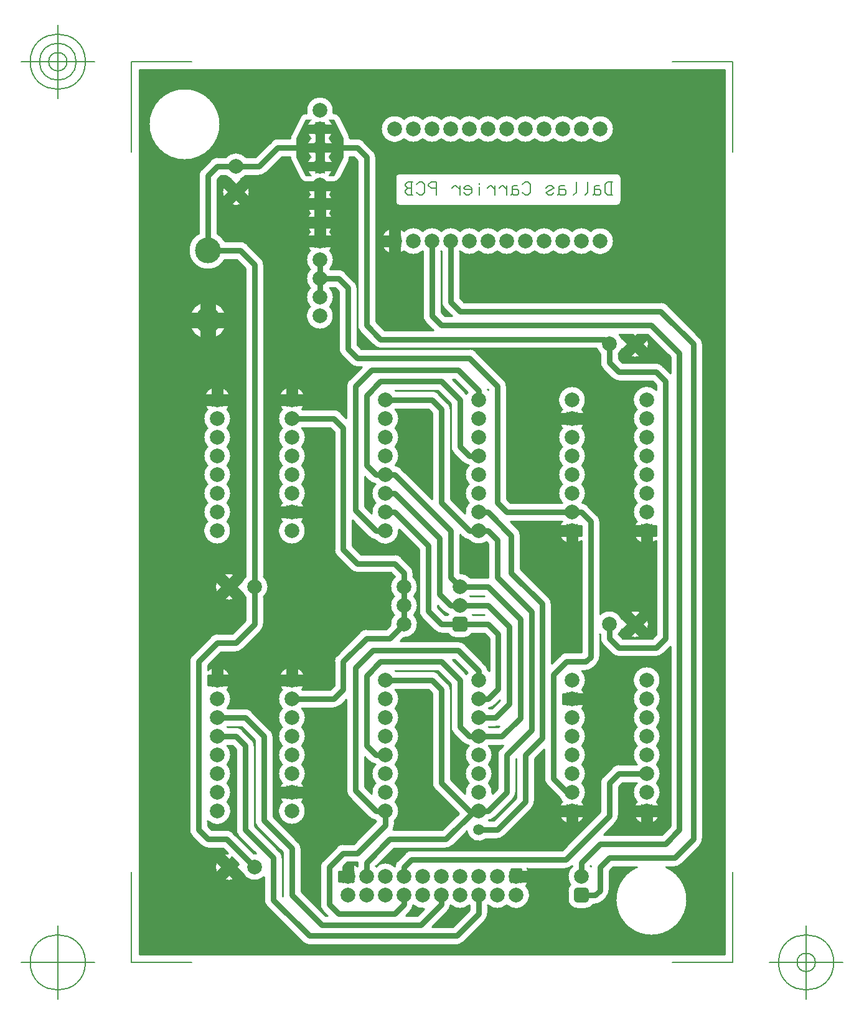
<source format=gbr>
G04 Generated by Ultiboard 14.1 *
%FSLAX33Y33*%
%MOMM*%

%ADD10C,0.001*%
%ADD11C,0.001*%
%ADD12C,0.254*%
%ADD13C,0.750*%
%ADD14C,0.167*%
%ADD15C,0.127*%
%ADD16C,2.000*%
%ADD17R,1.153X1.153*%
%ADD18C,0.847*%
%ADD19C,3.500*%
%ADD20C,1.500*%
%ADD21R,1.005X1.005*%
%ADD22C,0.995*%


G04 ColorRGB 0000FF for the following layer *
%LNCopper Bottom*%
%LPD*%
G54D10*
G36*
X881Y881D02*
X881Y881D01*
X881Y121039D01*
X80399Y121039D01*
X80399Y881D01*
X881Y881D01*
D02*
G37*
%LPC*%
G36*
X23539Y2163D02*
G75*
D01*
G03X23955Y2092I416J1187*
G01*
X23955Y2092D01*
X43989Y2092D01*
G75*
D01*
G03X44370Y2151I1J1258*
G01*
G74*
D01*
G03X44881Y2461I380J1199*
G01*
X44881Y2461D01*
X47119Y4700D01*
X47119Y4700D01*
X47879Y5459D01*
G75*
D01*
G03X48248Y6350I-889J891*
G01*
X48248Y6350D01*
X48248Y7497D01*
G74*
D01*
G03X48260Y7508I1258J1393*
G01*
G75*
D01*
G03X50800Y7508I1270J1382*
G01*
G75*
D01*
G03X53452Y10160I1270J1382*
G01*
G74*
D01*
G03X53825Y10764I1382J1270*
G01*
X53825Y10764D01*
X52736Y10764D01*
X52736Y10645D01*
G75*
D01*
G03X51404Y10645I-666J-1755*
G01*
X51404Y10645D01*
X51404Y10764D01*
X51285Y10764D01*
G75*
D01*
G03X51285Y12096I-1755J666*
G01*
X51285Y12096D01*
X51404Y12096D01*
X51404Y12482D01*
X52736Y12482D01*
X52736Y12096D01*
X53825Y12096D01*
G74*
D01*
G03X53625Y12482I1755J666*
G01*
X53625Y12482D01*
X58825Y12482D01*
G74*
D01*
G03X59702Y12838I0J1258*
G01*
X59702Y12838D01*
X59702Y12823D01*
G75*
D01*
G03X59441Y10327I1258J-1393*
G01*
G74*
D01*
G03X59076Y9393I1016J934*
G01*
X59076Y9393D01*
X59076Y8387D01*
G75*
D01*
G03X60457Y7006I1381J0*
G01*
X60457Y7006D01*
X61463Y7006D01*
G74*
D01*
G03X62619Y7632I0J1381*
G01*
X62619Y7632D01*
X62864Y7632D01*
G75*
D01*
G03X63016Y7641I1J1258*
G01*
G74*
D01*
G03X63756Y8001I151J1249*
G01*
X63756Y8001D01*
X64389Y8634D01*
G75*
D01*
G03X64758Y9525I-889J891*
G01*
X64758Y9525D01*
X64758Y12179D01*
X65291Y12712D01*
X68505Y12712D01*
G75*
D01*
G03X72465Y12712I1980J-4457*
G01*
X72465Y12712D01*
X73659Y12712D01*
G75*
D01*
G03X74080Y12784I1J1258*
G01*
G74*
D01*
G03X74551Y13081I420J1186*
G01*
X74551Y13081D01*
X77089Y15619D01*
G75*
D01*
G03X77458Y16510I-889J891*
G01*
X77458Y16510D01*
X77458Y83820D01*
G74*
D01*
G03X77089Y84711I1258J0*
G01*
X77089Y84711D01*
X72646Y89154D01*
G74*
D01*
G03X71755Y89523I891J889*
G01*
X71755Y89523D01*
X44971Y89523D01*
X44438Y90056D01*
X44438Y96397D01*
G74*
D01*
G03X44450Y96408I1258J1393*
G01*
G75*
D01*
G03X46990Y96408I1270J1382*
G01*
G75*
D01*
G03X49530Y96408I1270J1382*
G01*
G75*
D01*
G03X52070Y96408I1270J1382*
G01*
G75*
D01*
G03X54610Y96408I1270J1382*
G01*
G75*
D01*
G03X57150Y96408I1270J1382*
G01*
G75*
D01*
G03X59690Y96408I1270J1382*
G01*
G75*
D01*
G03X62230Y96408I1270J1382*
G01*
G75*
D01*
G03X62230Y99172I1270J1382*
G01*
G75*
D01*
G03X59690Y99172I-1270J-1382*
G01*
G75*
D01*
G03X57150Y99172I-1270J-1382*
G01*
G75*
D01*
G03X54610Y99172I-1270J-1382*
G01*
G75*
D01*
G03X52070Y99172I-1270J-1382*
G01*
G75*
D01*
G03X49530Y99172I-1270J-1382*
G01*
G75*
D01*
G03X46990Y99172I-1270J-1382*
G01*
G75*
D01*
G03X44450Y99172I-1270J-1382*
G01*
G75*
D01*
G03X41910Y99172I-1270J-1382*
G01*
G75*
D01*
G03X39370Y99172I-1270J-1382*
G01*
G75*
D01*
G03X36830Y99172I-1270J-1382*
G01*
G74*
D01*
G03X36226Y99545I1270J1382*
G01*
X36226Y99545D01*
X36226Y98456D01*
X36345Y98456D01*
G75*
D01*
G03X36345Y97124I1755J-666*
G01*
X36345Y97124D01*
X36226Y97124D01*
X36226Y96035D01*
G74*
D01*
G03X36830Y96408I666J1755*
G01*
G75*
D01*
G03X39370Y96408I1270J1382*
G01*
G74*
D01*
G03X39382Y96397I1270J1382*
G01*
X39382Y96397D01*
X39382Y87631D01*
G75*
D01*
G03X39750Y86740I1258J-1*
G01*
X39750Y86740D01*
X40778Y85713D01*
X34176Y85713D01*
X33008Y86881D01*
X33008Y109220D01*
G74*
D01*
G03X32639Y110111I1258J0*
G01*
X32639Y110111D01*
X31371Y111379D01*
G74*
D01*
G03X30480Y111748I891J889*
G01*
X30480Y111748D01*
X29457Y111748D01*
X29457Y111760D01*
G74*
D01*
G03X29363Y112156I882J0*
G01*
X29363Y112156D01*
X28094Y114693D01*
G74*
D01*
G03X27305Y115182I789J393*
G01*
X27305Y115182D01*
X27236Y115182D01*
G75*
D01*
G03X23564Y115182I-1836J388*
G01*
X23564Y115182D01*
X23496Y115182D01*
G75*
D01*
G03X22706Y114694I-1J-882*
G01*
X22706Y114694D01*
X21436Y112154D01*
G75*
D01*
G03X21343Y111759I789J-394*
G01*
X21343Y111759D01*
X21343Y111748D01*
X19686Y111748D01*
G75*
D01*
G03X18795Y111380I-1J-1258*
G01*
X18795Y111380D01*
X16624Y109208D01*
X15363Y109208D01*
G75*
D01*
G03X12577Y109208I-1393J-1258*
G01*
X12577Y109208D01*
X11431Y109208D01*
G75*
D01*
G03X10540Y108840I-1J-1258*
G01*
X10540Y108840D01*
X9270Y107570D01*
G75*
D01*
G03X8902Y106679I890J-890*
G01*
X8902Y106679D01*
X8902Y98826D01*
G75*
D01*
G03X12466Y95262I1258J-2306*
G01*
X12466Y95262D01*
X14084Y95262D01*
X14227Y95119D01*
X15252Y94094D01*
X15252Y52193D01*
G74*
D01*
G03X14760Y51479I1258J1393*
G01*
G74*
D01*
G03X14722Y51570I1750J679*
G01*
X14722Y51570D01*
X13951Y50800D01*
X14722Y50030D01*
G74*
D01*
G03X14760Y50121I1712J770*
G01*
G74*
D01*
G03X15252Y49407I1750J679*
G01*
X15252Y49407D01*
X15252Y46241D01*
X13449Y44438D01*
X11431Y44438D01*
G75*
D01*
G03X10540Y44070I-1J-1258*
G01*
X10540Y44070D01*
X8000Y41530D01*
G75*
D01*
G03X7632Y40639I890J-890*
G01*
X7632Y40639D01*
X7632Y17782D01*
G75*
D01*
G03X8000Y16890I1258J-2*
G01*
X8000Y16890D01*
X9270Y15620D01*
G74*
D01*
G03X9796Y15306I890J890*
G01*
G75*
D01*
G03X10160Y15252I364J1204*
G01*
X10160Y15252D01*
X12179Y15252D01*
X12860Y14571D01*
G74*
D01*
G03X12240Y14412I150J1871*
G01*
X12240Y14412D01*
X13010Y13641D01*
X13400Y14031D01*
X14341Y13090D01*
X13951Y12700D01*
X14722Y11930D01*
G74*
D01*
G03X14760Y12021I1712J770*
G01*
G75*
D01*
G03X17792Y11329I1750J679*
G01*
X17792Y11329D01*
X17792Y8257D01*
G75*
D01*
G03X18160Y7365I1258J-2*
G01*
X18160Y7365D01*
X23065Y2460D01*
G74*
D01*
G03X23539Y2163I890J890*
G01*
D02*
G37*
G36*
X10048Y72390D02*
G75*
D01*
G03X10048Y69850I1382J-1270*
G01*
G75*
D01*
G03X10048Y67310I1382J-1270*
G01*
G75*
D01*
G03X10048Y64770I1382J-1270*
G01*
G75*
D01*
G03X10048Y62230I1382J-1270*
G01*
G75*
D01*
G03X10048Y59690I1382J-1270*
G01*
G75*
D01*
G03X12812Y59690I1382J-1270*
G01*
G75*
D01*
G03X12812Y62230I-1382J1270*
G01*
G75*
D01*
G03X12812Y64770I-1382J1270*
G01*
G75*
D01*
G03X12812Y67310I-1382J1270*
G01*
G75*
D01*
G03X12812Y69850I-1382J1270*
G01*
G75*
D01*
G03X12812Y72390I-1382J1270*
G01*
G75*
D01*
G03X12812Y74930I-1382J1270*
G01*
G74*
D01*
G03X13185Y75534I1382J1270*
G01*
X13185Y75534D01*
X12096Y75534D01*
X12096Y75415D01*
G75*
D01*
G03X10764Y75415I-666J-1755*
G01*
X10764Y75415D01*
X10764Y75534D01*
X9675Y75534D01*
G74*
D01*
G03X10048Y74930I1755J666*
G01*
G75*
D01*
G03X10048Y72390I1382J-1270*
G01*
D02*
G37*
G36*
X36199Y107005D02*
G75*
D01*
G03X35645Y106451I0J-554*
G01*
X35645Y106451D01*
X35645Y103139D01*
G75*
D01*
G03X36199Y102585I554J0*
G01*
X36199Y102585D01*
X65811Y102585D01*
G75*
D01*
G03X66365Y103139I0J554*
G01*
X66365Y103139D01*
X66365Y106451D01*
G74*
D01*
G03X65811Y107005I554J0*
G01*
X65811Y107005D01*
X36199Y107005D01*
D02*
G37*
G36*
X49530Y114412D02*
G75*
D01*
G03X46990Y114412I-1270J-1382*
G01*
G75*
D01*
G03X44450Y114412I-1270J-1382*
G01*
G75*
D01*
G03X41910Y114412I-1270J-1382*
G01*
G75*
D01*
G03X39370Y114412I-1270J-1382*
G01*
G75*
D01*
G03X36830Y114412I-1270J-1382*
G01*
G75*
D01*
G03X36830Y111648I-1270J-1382*
G01*
G75*
D01*
G03X39370Y111648I1270J1382*
G01*
G75*
D01*
G03X41910Y111648I1270J1382*
G01*
G75*
D01*
G03X44450Y111648I1270J1382*
G01*
G75*
D01*
G03X46990Y111648I1270J1382*
G01*
G75*
D01*
G03X49530Y111648I1270J1382*
G01*
G75*
D01*
G03X52070Y111648I1270J1382*
G01*
G75*
D01*
G03X54610Y111648I1270J1382*
G01*
G75*
D01*
G03X57150Y111648I1270J1382*
G01*
G75*
D01*
G03X59690Y111648I1270J1382*
G01*
G75*
D01*
G03X62230Y111648I1270J1382*
G01*
G75*
D01*
G03X62230Y114412I1270J1382*
G01*
G75*
D01*
G03X59690Y114412I-1270J-1382*
G01*
G75*
D01*
G03X57150Y114412I-1270J-1382*
G01*
G75*
D01*
G03X54610Y114412I-1270J-1382*
G01*
G75*
D01*
G03X52070Y114412I-1270J-1382*
G01*
G75*
D01*
G03X49530Y114412I-1270J-1382*
G01*
D02*
G37*
G36*
X51570Y11430D02*
G75*
D01*
G03X51570Y11430I500J0*
G01*
D02*
G37*
G36*
X10930Y76200D02*
G75*
D01*
G03X10930Y76200I500J0*
G01*
D02*
G37*
G36*
X9675Y76866D02*
X9675Y76866D01*
X10764Y76866D01*
X10764Y77955D01*
G74*
D01*
G03X9675Y76866I666J1755*
G01*
D02*
G37*
G36*
X12096Y77955D02*
X12096Y77955D01*
X12096Y76866D01*
X13185Y76866D01*
G74*
D01*
G03X12096Y77955I1755J666*
G01*
D02*
G37*
G36*
X9228Y84544D02*
X9228Y84544D01*
X9228Y86068D01*
X7704Y86068D01*
G74*
D01*
G03X9228Y84544I2456J932*
G01*
D02*
G37*
G36*
X12616Y86068D02*
X12616Y86068D01*
X11092Y86068D01*
X11092Y84544D01*
G74*
D01*
G03X12616Y86068I932J2456*
G01*
D02*
G37*
G36*
X7704Y87932D02*
X7704Y87932D01*
X9228Y87932D01*
X9228Y89456D01*
G74*
D01*
G03X7704Y87932I932J2456*
G01*
D02*
G37*
G36*
X9160Y87000D02*
G75*
D01*
G03X9160Y87000I1000J0*
G01*
D02*
G37*
G36*
X11092Y89456D02*
X11092Y89456D01*
X11092Y87932D01*
X12616Y87932D01*
G74*
D01*
G03X11092Y89456I2456J932*
G01*
D02*
G37*
G36*
X13780Y49088D02*
X13780Y49088D01*
X13010Y49859D01*
X12240Y49088D01*
G75*
D01*
G03X13780Y49088I770J1712*
G01*
D02*
G37*
G36*
X11298Y51570D02*
G75*
D01*
G03X11298Y50030I1712J-770*
G01*
X11298Y50030D01*
X12069Y50800D01*
X11298Y51570D01*
D02*
G37*
G36*
X12240Y52512D02*
X12240Y52512D01*
X13010Y51741D01*
X13780Y52512D01*
G75*
D01*
G03X12240Y52512I-770J-1712*
G01*
D02*
G37*
G36*
X12560Y50800D02*
G75*
D01*
G03X12560Y50800I450J0*
G01*
D02*
G37*
G36*
X12560Y12700D02*
G75*
D01*
G03X12560Y12700I450J0*
G01*
D02*
G37*
G36*
X13780Y10988D02*
X13780Y10988D01*
X13010Y11759D01*
X12240Y10988D01*
G75*
D01*
G03X13780Y10988I770J1712*
G01*
D02*
G37*
G36*
X11298Y13470D02*
G75*
D01*
G03X11298Y11930I1712J-770*
G01*
X11298Y11930D01*
X12069Y12700D01*
X11298Y13470D01*
D02*
G37*
G36*
X2108Y113665D02*
G75*
D01*
G03X2108Y113665I4877J0*
G01*
D02*
G37*
G36*
X34894Y96035D02*
X34894Y96035D01*
X34894Y97124D01*
X33805Y97124D01*
G74*
D01*
G03X34894Y96035I1755J666*
G01*
D02*
G37*
G36*
X35060Y97790D02*
G75*
D01*
G03X35060Y97790I500J0*
G01*
D02*
G37*
G36*
X33805Y98456D02*
X33805Y98456D01*
X34894Y98456D01*
X34894Y99545D01*
G74*
D01*
G03X33805Y98456I666J1755*
G01*
D02*
G37*
%LPD*%
G36*
X71132Y57049D02*
X71132Y57049D01*
X71132Y44336D01*
X70599Y43803D01*
X66561Y43803D01*
X66033Y44331D01*
G74*
D01*
G03X66520Y45041I1263J1389*
G01*
G74*
D01*
G03X66558Y44950I1750J679*
G01*
X66558Y44950D01*
X67329Y45720D01*
X66558Y46490D01*
G74*
D01*
G03X66520Y46399I1712J770*
G01*
G75*
D01*
G03X63488Y47091I-1750J-679*
G01*
X63488Y47091D01*
X63488Y59690D01*
G74*
D01*
G03X63119Y60581I1258J0*
G01*
X63119Y60581D01*
X61851Y61849D01*
G74*
D01*
G03X61089Y62211I891J889*
G01*
G74*
D01*
G03X61072Y62230I1399J1251*
G01*
G75*
D01*
G03X61072Y64770I-1382J1270*
G01*
G75*
D01*
G03X61072Y67310I-1382J1270*
G01*
G75*
D01*
G03X61072Y69850I-1382J1270*
G01*
G75*
D01*
G03X61072Y72390I-1382J1270*
G01*
G74*
D01*
G03X61445Y72994I1382J1270*
G01*
X61445Y72994D01*
X60356Y72994D01*
X60356Y72875D01*
G75*
D01*
G03X59024Y72875I-666J-1755*
G01*
X59024Y72875D01*
X59024Y72994D01*
X57935Y72994D01*
G74*
D01*
G03X58308Y72390I1755J666*
G01*
G75*
D01*
G03X58308Y69850I1382J-1270*
G01*
G75*
D01*
G03X58308Y67310I1382J-1270*
G01*
G75*
D01*
G03X58308Y64770I1382J-1270*
G01*
G75*
D01*
G03X58308Y62230I1382J-1270*
G01*
G74*
D01*
G03X58297Y62218I1382J1270*
G01*
X58297Y62218D01*
X51321Y62218D01*
X50788Y62751D01*
X50788Y78105D01*
G74*
D01*
G03X50419Y78996I1258J0*
G01*
X50419Y78996D01*
X47119Y82295D01*
X47119Y82295D01*
X46611Y82804D01*
G74*
D01*
G03X45720Y83173I891J889*
G01*
X45720Y83173D01*
X31001Y83173D01*
X30468Y83706D01*
X30468Y91440D01*
G74*
D01*
G03X30099Y92331I1258J0*
G01*
X30099Y92331D01*
X28831Y93599D01*
G74*
D01*
G03X27940Y93968I891J889*
G01*
X27940Y93968D01*
X26793Y93968D01*
G74*
D01*
G03X26782Y93980I1393J1258*
G01*
G75*
D01*
G03X26782Y96520I-1382J1270*
G01*
G74*
D01*
G03X27155Y97124I1382J1270*
G01*
X27155Y97124D01*
X26066Y97124D01*
X26066Y97005D01*
G75*
D01*
G03X24734Y97005I-666J-1755*
G01*
X24734Y97005D01*
X24734Y97124D01*
X23645Y97124D01*
G74*
D01*
G03X24018Y96520I1755J666*
G01*
G75*
D01*
G03X24018Y93980I1382J-1270*
G01*
G75*
D01*
G03X24018Y91440I1382J-1270*
G01*
G75*
D01*
G03X24018Y88900I1382J-1270*
G01*
G75*
D01*
G03X26782Y88900I1382J-1270*
G01*
G75*
D01*
G03X26782Y91440I-1382J1270*
G01*
G74*
D01*
G03X26793Y91452I1382J1270*
G01*
X26793Y91452D01*
X27419Y91452D01*
X27952Y90919D01*
X27952Y83186D01*
G75*
D01*
G03X28320Y82295I1258J-1*
G01*
X28320Y82295D01*
X29590Y81025D01*
G75*
D01*
G03X30481Y80657I890J890*
G01*
X30481Y80657D01*
X31036Y80657D01*
X29360Y78981D01*
G75*
D01*
G03X28992Y78089I890J-890*
G01*
X28992Y78089D01*
X28992Y73752D01*
X28196Y74549D01*
G74*
D01*
G03X27305Y74918I891J889*
G01*
X27305Y74918D01*
X22983Y74918D01*
G74*
D01*
G03X22972Y74930I1393J1258*
G01*
G74*
D01*
G03X23345Y75534I1382J1270*
G01*
X23345Y75534D01*
X22256Y75534D01*
X22256Y75415D01*
G75*
D01*
G03X20924Y75415I-666J-1755*
G01*
X20924Y75415D01*
X20924Y75534D01*
X19835Y75534D01*
G74*
D01*
G03X20208Y74930I1755J666*
G01*
G75*
D01*
G03X20208Y72390I1382J-1270*
G01*
G75*
D01*
G03X20208Y69850I1382J-1270*
G01*
G75*
D01*
G03X20208Y67310I1382J-1270*
G01*
G75*
D01*
G03X20208Y64770I1382J-1270*
G01*
G75*
D01*
G03X20208Y62230I1382J-1270*
G01*
G74*
D01*
G03X19835Y61626I1382J1270*
G01*
X19835Y61626D01*
X20924Y61626D01*
X20924Y61745D01*
G75*
D01*
G03X22256Y61745I666J1755*
G01*
X22256Y61745D01*
X22256Y61626D01*
X23345Y61626D01*
G74*
D01*
G03X22972Y62230I1755J666*
G01*
G75*
D01*
G03X22972Y64770I-1382J1270*
G01*
G75*
D01*
G03X22972Y67310I-1382J1270*
G01*
G75*
D01*
G03X22972Y69850I-1382J1270*
G01*
G75*
D01*
G03X22972Y72390I-1382J1270*
G01*
G74*
D01*
G03X22983Y72402I1382J1270*
G01*
X22983Y72402D01*
X26784Y72402D01*
X27317Y71869D01*
X27317Y55881D01*
G75*
D01*
G03X27685Y54990I1258J-1*
G01*
X27685Y54990D01*
X29590Y53085D01*
G75*
D01*
G03X30481Y52717I890J890*
G01*
X30481Y52717D01*
X35039Y52717D01*
X35567Y52189D01*
G75*
D01*
G03X35448Y49530I1263J-1389*
G01*
G75*
D01*
G03X35448Y46990I1382J-1270*
G01*
G75*
D01*
G03X34955Y45625I1382J-1270*
G01*
X34955Y45625D01*
X34404Y45073D01*
X31750Y45073D01*
G75*
D01*
G03X31724Y45073I0J-1258*
G01*
G74*
D01*
G03X30860Y44705I26J1258*
G01*
X30860Y44705D01*
X27685Y41530D01*
G75*
D01*
G03X27317Y40638I890J-890*
G01*
X27317Y40638D01*
X27317Y37351D01*
X26784Y36818D01*
X22983Y36818D01*
G74*
D01*
G03X22972Y36830I1393J1258*
G01*
G74*
D01*
G03X23345Y37434I1382J1270*
G01*
X23345Y37434D01*
X22256Y37434D01*
X22256Y37315D01*
G75*
D01*
G03X20924Y37315I-666J-1755*
G01*
X20924Y37315D01*
X20924Y37434D01*
X19835Y37434D01*
G74*
D01*
G03X20208Y36830I1755J666*
G01*
G75*
D01*
G03X20208Y34290I1382J-1270*
G01*
G75*
D01*
G03X20208Y31750I1382J-1270*
G01*
G75*
D01*
G03X20208Y29210I1382J-1270*
G01*
G75*
D01*
G03X20208Y26670I1382J-1270*
G01*
G75*
D01*
G03X20208Y24130I1382J-1270*
G01*
G74*
D01*
G03X19835Y23526I1382J1270*
G01*
X19835Y23526D01*
X20924Y23526D01*
X20924Y23645D01*
G75*
D01*
G03X22256Y23645I666J1755*
G01*
X22256Y23645D01*
X22256Y23526D01*
X23345Y23526D01*
G74*
D01*
G03X22972Y24130I1755J666*
G01*
G75*
D01*
G03X22972Y26670I-1382J1270*
G01*
G75*
D01*
G03X22972Y29210I-1382J1270*
G01*
G75*
D01*
G03X22972Y31750I-1382J1270*
G01*
G75*
D01*
G03X22972Y34290I-1382J1270*
G01*
G74*
D01*
G03X22983Y34302I1382J1270*
G01*
X22983Y34302D01*
X27304Y34302D01*
G75*
D01*
G03X27570Y34330I1J1258*
G01*
G74*
D01*
G03X28196Y34671I265J1230*
G01*
X28196Y34671D01*
X28992Y35468D01*
X28992Y23091D01*
G75*
D01*
G03X29360Y22200I1258J-1*
G01*
X29360Y22200D01*
X32130Y19430D01*
G74*
D01*
G03X32891Y19069I890J890*
G01*
G74*
D01*
G03X33027Y18931I1399J1251*
G01*
X33027Y18931D01*
X29959Y15863D01*
X28576Y15863D01*
G75*
D01*
G03X27685Y15495I-1J-1258*
G01*
X27685Y15495D01*
X25780Y13590D01*
G75*
D01*
G03X25412Y12699I890J-890*
G01*
X25412Y12699D01*
X25412Y7622D01*
G75*
D01*
G03X25780Y6730I1258J-2*
G01*
X25780Y6730D01*
X26403Y6108D01*
X26151Y6108D01*
X23119Y9140D01*
X23119Y9140D01*
X22848Y9411D01*
X22848Y15240D01*
G74*
D01*
G03X22479Y16131I1258J0*
G01*
X22479Y16131D01*
X19038Y19571D01*
X19038Y30480D01*
G74*
D01*
G03X18669Y31371I1258J0*
G01*
X18669Y31371D01*
X16131Y33909D01*
G74*
D01*
G03X15240Y34278I891J889*
G01*
X15240Y34278D01*
X12823Y34278D01*
G74*
D01*
G03X12812Y34290I1393J1258*
G01*
G75*
D01*
G03X12812Y36830I-1382J1270*
G01*
G74*
D01*
G03X13185Y37434I1382J1270*
G01*
X13185Y37434D01*
X12096Y37434D01*
X12096Y37315D01*
G75*
D01*
G03X10764Y37315I-666J-1755*
G01*
X10764Y37315D01*
X10764Y37434D01*
X10148Y37434D01*
X10148Y38766D01*
X10764Y38766D01*
X10764Y39855D01*
G74*
D01*
G03X10148Y39471I666J1755*
G01*
X10148Y39471D01*
X10148Y40119D01*
X11951Y41922D01*
X13970Y41922D01*
G74*
D01*
G03X14861Y42291I0J1258*
G01*
X14861Y42291D01*
X17399Y44829D01*
G75*
D01*
G03X17768Y45720I-889J891*
G01*
X17768Y45720D01*
X17768Y49407D01*
G75*
D01*
G03X17768Y52193I-1258J1393*
G01*
X17768Y52193D01*
X17768Y94615D01*
G74*
D01*
G03X17399Y95506I1258J0*
G01*
X17399Y95506D01*
X15496Y97409D01*
G74*
D01*
G03X14957Y97728I891J889*
G01*
G75*
D01*
G03X14604Y97778I-352J-1208*
G01*
X14604Y97778D01*
X12466Y97778D01*
G74*
D01*
G03X11418Y98826I2306J1258*
G01*
X11418Y98826D01*
X11418Y106159D01*
X11951Y106692D01*
X12577Y106692D01*
G74*
D01*
G03X13291Y106200I1393J1258*
G01*
G74*
D01*
G03X13200Y106162I679J1750*
G01*
X13200Y106162D01*
X13970Y105391D01*
X14740Y106162D01*
G74*
D01*
G03X14649Y106200I770J1712*
G01*
G74*
D01*
G03X15363Y106692I679J1750*
G01*
X15363Y106692D01*
X17145Y106692D01*
G74*
D01*
G03X18036Y107061I0J1258*
G01*
X18036Y107061D01*
X20206Y109232D01*
X21343Y109232D01*
X21343Y109222D01*
G75*
D01*
G03X21436Y108826I882J-2*
G01*
X21436Y108826D01*
X22706Y106286D01*
G74*
D01*
G03X23374Y105806I789J394*
G01*
G75*
D01*
G03X23495Y105798I121J874*
G01*
X23495Y105798D01*
X25085Y105798D01*
G75*
D01*
G03X25715Y105798I315J-388*
G01*
X25715Y105798D01*
X27304Y105798D01*
G75*
D01*
G03X27726Y105905I1J882*
G01*
G74*
D01*
G03X28094Y106287I421J775*
G01*
X28094Y106287D01*
X29363Y108824D01*
G75*
D01*
G03X29457Y109220I-788J396*
G01*
X29457Y109220D01*
X29457Y109232D01*
X29959Y109232D01*
X30492Y108699D01*
X30492Y86361D01*
G75*
D01*
G03X30860Y85470I1258J-1*
G01*
X30860Y85470D01*
X32765Y83565D01*
G75*
D01*
G03X33656Y83197I890J890*
G01*
X33656Y83197D01*
X62999Y83197D01*
G74*
D01*
G03X63512Y82427I1771J623*
G01*
X63512Y82427D01*
X63512Y81282D01*
G75*
D01*
G03X63880Y80390I1258J-2*
G01*
X63880Y80390D01*
X65150Y79120D01*
G74*
D01*
G03X65676Y78806I890J890*
G01*
G75*
D01*
G03X66040Y78752I364J1204*
G01*
X66040Y78752D01*
X70599Y78752D01*
X71132Y78219D01*
X71132Y77571D01*
G75*
D01*
G03X68468Y74930I-1282J-1371*
G01*
G75*
D01*
G03X68468Y72390I1382J-1270*
G01*
G75*
D01*
G03X68468Y69850I1382J-1270*
G01*
G75*
D01*
G03X68468Y67310I1382J-1270*
G01*
G75*
D01*
G03X68468Y64770I1382J-1270*
G01*
G75*
D01*
G03X68468Y62230I1382J-1270*
G01*
G75*
D01*
G03X68468Y59690I1382J-1270*
G01*
G74*
D01*
G03X68095Y59086I1382J1270*
G01*
X68095Y59086D01*
X69184Y59086D01*
X69184Y59205D01*
G75*
D01*
G03X70516Y59205I666J1755*
G01*
X70516Y59205D01*
X70516Y59086D01*
X71132Y59086D01*
X71132Y57754D01*
X70516Y57754D01*
X70516Y56665D01*
G74*
D01*
G03X71132Y57049I666J1755*
G01*
D02*
G37*
%LPC*%
G36*
X69040Y47432D02*
G75*
D01*
G03X67500Y47432I-770J-1712*
G01*
X67500Y47432D01*
X67813Y47119D01*
X68270Y46661D01*
X68727Y47119D01*
X68727Y47119D01*
X69040Y47432D01*
D02*
G37*
G36*
X22256Y77955D02*
X22256Y77955D01*
X22256Y76866D01*
X23345Y76866D01*
G74*
D01*
G03X22256Y77955I1755J666*
G01*
D02*
G37*
G36*
X22256Y39855D02*
X22256Y39855D01*
X22256Y38766D01*
X23345Y38766D01*
G74*
D01*
G03X22256Y39855I1755J666*
G01*
D02*
G37*
G36*
X22972Y59690D02*
G74*
D01*
G03X23345Y60294I1382J1270*
G01*
X23345Y60294D01*
X22256Y60294D01*
X22256Y60175D01*
G75*
D01*
G03X20924Y60175I-666J-1755*
G01*
X20924Y60175D01*
X20924Y60294D01*
X19835Y60294D01*
G74*
D01*
G03X20208Y59690I1755J666*
G01*
G75*
D01*
G03X22972Y59690I1382J-1270*
G01*
D02*
G37*
G36*
X21162Y23119D02*
G75*
D01*
G03X21162Y23119I428J-259*
G01*
D02*
G37*
G36*
X22972Y21590D02*
G74*
D01*
G03X23345Y22194I1382J1270*
G01*
X23345Y22194D01*
X22256Y22194D01*
X22256Y22075D01*
G75*
D01*
G03X20924Y22075I-666J-1755*
G01*
X20924Y22075D01*
X20924Y22194D01*
X19835Y22194D01*
G74*
D01*
G03X20208Y21590I1755J666*
G01*
G75*
D01*
G03X22972Y21590I1382J-1270*
G01*
D02*
G37*
G36*
X69982Y46490D02*
X69982Y46490D01*
X69211Y45720D01*
X69982Y44950D01*
G75*
D01*
G03X69982Y46490I-1712J770*
G01*
D02*
G37*
G36*
X67820Y45720D02*
G75*
D01*
G03X67820Y45720I450J0*
G01*
D02*
G37*
G36*
X69040Y44008D02*
X69040Y44008D01*
X68270Y44779D01*
X67500Y44008D01*
G75*
D01*
G03X69040Y44008I770J1712*
G01*
D02*
G37*
G36*
X24900Y97790D02*
G75*
D01*
G03X24900Y97790I500J0*
G01*
D02*
G37*
G36*
X23645Y98456D02*
X23645Y98456D01*
X24734Y98456D01*
X24734Y99664D01*
X23645Y99664D01*
G74*
D01*
G03X24018Y99060I1755J666*
G01*
G74*
D01*
G03X23645Y98456I1382J1270*
G01*
D02*
G37*
G36*
X24900Y100330D02*
G75*
D01*
G03X24900Y100330I500J0*
G01*
D02*
G37*
G36*
X27155Y99664D02*
X27155Y99664D01*
X26066Y99664D01*
X26066Y98456D01*
X27155Y98456D01*
G74*
D01*
G03X26782Y99060I1755J666*
G01*
G74*
D01*
G03X27155Y99664I1382J1270*
G01*
D02*
G37*
G36*
X23645Y100996D02*
X23645Y100996D01*
X24734Y100996D01*
X24734Y102204D01*
X23645Y102204D01*
G74*
D01*
G03X24018Y101600I1755J666*
G01*
G74*
D01*
G03X23645Y100996I1382J1270*
G01*
D02*
G37*
G36*
X27155Y102204D02*
X27155Y102204D01*
X26066Y102204D01*
X26066Y100996D01*
X27155Y100996D01*
G74*
D01*
G03X26782Y101600I1755J666*
G01*
G74*
D01*
G03X27155Y102204I1382J1270*
G01*
D02*
G37*
G36*
X23645Y103536D02*
X23645Y103536D01*
X24734Y103536D01*
X24734Y104744D01*
X23645Y104744D01*
G74*
D01*
G03X24018Y104140I1755J666*
G01*
G74*
D01*
G03X23645Y103536I1382J1270*
G01*
D02*
G37*
G36*
X24900Y102870D02*
G75*
D01*
G03X24900Y102870I500J0*
G01*
D02*
G37*
G36*
X27155Y104744D02*
X27155Y104744D01*
X26066Y104744D01*
X26066Y103536D01*
X27155Y103536D01*
G74*
D01*
G03X26782Y104140I1755J666*
G01*
G74*
D01*
G03X27155Y104744I1382J1270*
G01*
D02*
G37*
G36*
X21090Y60960D02*
G75*
D01*
G03X21090Y60960I500J0*
G01*
D02*
G37*
G36*
X21090Y76200D02*
G75*
D01*
G03X21090Y76200I500J0*
G01*
D02*
G37*
G36*
X19835Y76866D02*
X19835Y76866D01*
X20924Y76866D01*
X20924Y77955D01*
G74*
D01*
G03X19835Y76866I666J1755*
G01*
D02*
G37*
G36*
X12258Y105220D02*
G75*
D01*
G03X12258Y103680I1712J-770*
G01*
X12258Y103680D01*
X13029Y104450D01*
X12258Y105220D01*
D02*
G37*
G36*
X14740Y102738D02*
X14740Y102738D01*
X13970Y103509D01*
X13200Y102738D01*
G75*
D01*
G03X14740Y102738I770J1712*
G01*
D02*
G37*
G36*
X15682Y105220D02*
X15682Y105220D01*
X14911Y104450D01*
X15682Y103680D01*
G75*
D01*
G03X15682Y105220I-1712J770*
G01*
D02*
G37*
G36*
X13520Y104450D02*
G75*
D01*
G03X13520Y104450I450J0*
G01*
D02*
G37*
G36*
X69350Y58420D02*
G75*
D01*
G03X69350Y58420I500J0*
G01*
D02*
G37*
G36*
X69184Y56665D02*
X69184Y56665D01*
X69184Y57754D01*
X68095Y57754D01*
G74*
D01*
G03X69184Y56665I1755J666*
G01*
D02*
G37*
G36*
X59190Y73660D02*
G75*
D01*
G03X59190Y73660I500J0*
G01*
D02*
G37*
G36*
X60356Y74445D02*
X60356Y74445D01*
X60356Y74326D01*
X61445Y74326D01*
G74*
D01*
G03X61072Y74930I1755J666*
G01*
G75*
D01*
G03X58308Y74930I-1382J1270*
G01*
G74*
D01*
G03X57935Y74326I1382J1270*
G01*
X57935Y74326D01*
X59024Y74326D01*
X59024Y74445D01*
G75*
D01*
G03X60356Y74445I666J1755*
G01*
D02*
G37*
G36*
X12096Y39855D02*
X12096Y39855D01*
X12096Y38766D01*
X13185Y38766D01*
G74*
D01*
G03X12096Y39855I1755J666*
G01*
D02*
G37*
G36*
X10930Y38100D02*
G75*
D01*
G03X10930Y38100I500J0*
G01*
D02*
G37*
G36*
X21090Y38100D02*
G75*
D01*
G03X21090Y38100I500J0*
G01*
D02*
G37*
G36*
X19835Y38766D02*
X19835Y38766D01*
X20924Y38766D01*
X20924Y39855D01*
G74*
D01*
G03X19835Y38766I666J1755*
G01*
D02*
G37*
%LPD*%
G36*
X66028Y19685D02*
X66028Y19685D01*
X66028Y23609D01*
X66561Y24142D01*
X68457Y24142D01*
G74*
D01*
G03X68468Y24130I1393J1258*
G01*
G75*
D01*
G03X68468Y21590I1382J-1270*
G01*
G74*
D01*
G03X68095Y20986I1382J1270*
G01*
X68095Y20986D01*
X69184Y20986D01*
X69184Y21105D01*
G75*
D01*
G03X70516Y21105I666J1755*
G01*
X70516Y21105D01*
X70516Y20986D01*
X71605Y20986D01*
G74*
D01*
G03X71232Y21590I1755J666*
G01*
G75*
D01*
G03X71232Y24130I-1382J1270*
G01*
G75*
D01*
G03X71232Y26670I-1382J1270*
G01*
G75*
D01*
G03X71232Y29210I-1382J1270*
G01*
G75*
D01*
G03X71232Y31750I-1382J1270*
G01*
G75*
D01*
G03X71232Y34290I-1382J1270*
G01*
G75*
D01*
G03X71232Y36830I-1382J1270*
G01*
G75*
D01*
G03X68468Y36830I-1382J1270*
G01*
G75*
D01*
G03X68468Y34290I1382J-1270*
G01*
G75*
D01*
G03X68468Y31750I1382J-1270*
G01*
G75*
D01*
G03X68468Y29210I1382J-1270*
G01*
G75*
D01*
G03X68468Y26670I1382J-1270*
G01*
G74*
D01*
G03X68457Y26658I1382J1270*
G01*
X68457Y26658D01*
X66041Y26658D01*
G75*
D01*
G03X65150Y26290I-1J-1258*
G01*
X65150Y26290D01*
X63880Y25020D01*
G75*
D01*
G03X63512Y24129I890J-890*
G01*
X63512Y24129D01*
X63512Y20206D01*
X58304Y14998D01*
X37871Y14998D01*
G75*
D01*
G03X36980Y14630I-1J-1258*
G01*
X36980Y14630D01*
X35940Y13590D01*
G74*
D01*
G03X35579Y12829I890J890*
G01*
G74*
D01*
G03X35560Y12812I1251J1399*
G01*
G75*
D01*
G03X33020Y12812I-1270J-1382*
G01*
G74*
D01*
G03X33013Y12819I1270J1382*
G01*
X33013Y12819D01*
X35446Y15252D01*
X42545Y15252D01*
G74*
D01*
G03X43436Y15621I0J1258*
G01*
X43436Y15621D01*
X45377Y17563D01*
G75*
D01*
G03X48022Y16522I1613J217*
G01*
X48022Y16522D01*
X49530Y16522D01*
G74*
D01*
G03X50421Y16891I0J1258*
G01*
X50421Y16891D01*
X54229Y20699D01*
G75*
D01*
G03X54598Y21590I-889J891*
G01*
X54598Y21590D01*
X54598Y27419D01*
X55892Y28713D01*
X55892Y24766D01*
G75*
D01*
G03X56260Y23875I1258J-1*
G01*
X56260Y23875D01*
X57017Y23119D01*
X57931Y22205D01*
G74*
D01*
G03X58308Y21590I1759J655*
G01*
G74*
D01*
G03X57935Y20986I1382J1270*
G01*
X57935Y20986D01*
X59024Y20986D01*
X59024Y21105D01*
G75*
D01*
G03X60356Y21105I666J1755*
G01*
X60356Y21105D01*
X60356Y20986D01*
X61445Y20986D01*
G74*
D01*
G03X61072Y21590I1755J666*
G01*
G75*
D01*
G03X61072Y24130I-1382J1270*
G01*
G75*
D01*
G03X61072Y26670I-1382J1270*
G01*
G75*
D01*
G03X61072Y29210I-1382J1270*
G01*
G75*
D01*
G03X61072Y31750I-1382J1270*
G01*
G75*
D01*
G03X61072Y34290I-1382J1270*
G01*
G74*
D01*
G03X61445Y34894I1382J1270*
G01*
X61445Y34894D01*
X60356Y34894D01*
X60356Y34775D01*
G75*
D01*
G03X59024Y34775I-666J-1755*
G01*
X59024Y34775D01*
X59024Y34894D01*
X58408Y34894D01*
X58408Y36226D01*
X59024Y36226D01*
X59024Y36345D01*
G75*
D01*
G03X60356Y36345I666J1755*
G01*
X60356Y36345D01*
X60356Y36226D01*
X61445Y36226D01*
G74*
D01*
G03X61072Y36830I1755J666*
G01*
G75*
D01*
G03X61061Y39382I-1382J1270*
G01*
X61061Y39382D01*
X61594Y39382D01*
G75*
D01*
G03X61746Y39391I1J1258*
G01*
G74*
D01*
G03X62486Y39751I151J1249*
G01*
X62486Y39751D01*
X63119Y40384D01*
G75*
D01*
G03X63488Y41275I-889J891*
G01*
X63488Y41275D01*
X63488Y44349D01*
G74*
D01*
G03X63512Y44327I1282J1371*
G01*
X63512Y44327D01*
X63512Y43816D01*
G75*
D01*
G03X63880Y42925I1258J-1*
G01*
X63880Y42925D01*
X65150Y41655D01*
G75*
D01*
G03X66041Y41287I890J890*
G01*
X66041Y41287D01*
X71120Y41287D01*
G74*
D01*
G03X72011Y41656I0J1258*
G01*
X72011Y41656D01*
X73037Y42683D01*
X73037Y18301D01*
X71869Y17133D01*
X63997Y17133D01*
X65659Y18794D01*
G75*
D01*
G03X66028Y19685I-889J891*
G01*
D02*
G37*
%LPC*%
G36*
X71605Y19654D02*
X71605Y19654D01*
X70516Y19654D01*
X70516Y18565D01*
G74*
D01*
G03X71605Y19654I666J1755*
G01*
D02*
G37*
G36*
X69184Y18565D02*
X69184Y18565D01*
X69184Y19654D01*
X68095Y19654D01*
G74*
D01*
G03X69184Y18565I1755J666*
G01*
D02*
G37*
G36*
X69350Y20320D02*
G75*
D01*
G03X69350Y20320I500J0*
G01*
D02*
G37*
G36*
X59024Y18565D02*
X59024Y18565D01*
X59024Y19654D01*
X57935Y19654D01*
G74*
D01*
G03X59024Y18565I1755J666*
G01*
D02*
G37*
G36*
X59190Y20320D02*
G75*
D01*
G03X59190Y20320I500J0*
G01*
D02*
G37*
G36*
X61445Y19654D02*
X61445Y19654D01*
X60356Y19654D01*
X60356Y18565D01*
G74*
D01*
G03X61445Y19654I666J1755*
G01*
D02*
G37*
G36*
X59190Y35560D02*
G75*
D01*
G03X59190Y35560I500J0*
G01*
D02*
G37*
%LPD*%
G36*
X46142Y44462D02*
X46142Y44462D01*
X47739Y44462D01*
X48392Y43809D01*
X48392Y39348D01*
G74*
D01*
G03X48241Y39499I1402J1248*
G01*
G74*
D01*
G03X47879Y40261I1251J129*
G01*
X47879Y40261D01*
X45111Y43029D01*
G74*
D01*
G03X44385Y43387I891J889*
G01*
G75*
D01*
G03X44219Y43398I-165J-1247*
G01*
X44219Y43398D01*
X36287Y43398D01*
X36735Y43845D01*
G75*
D01*
G03X38212Y46990I95J1875*
G01*
G75*
D01*
G03X38212Y49530I-1382J1270*
G01*
G75*
D01*
G03X38088Y52193I-1382J1270*
G01*
X38088Y52193D01*
X38088Y52705D01*
G74*
D01*
G03X37719Y53596I1258J0*
G01*
X37719Y53596D01*
X36451Y54864D01*
G74*
D01*
G03X35560Y55233I891J889*
G01*
X35560Y55233D01*
X31001Y55233D01*
X29833Y56401D01*
X29833Y59828D01*
X32130Y57530D01*
G74*
D01*
G03X32891Y57169I890J890*
G01*
G75*
D01*
G03X36160Y58581I1399J1251*
G01*
X36160Y58581D01*
X38874Y55867D01*
X38874Y47499D01*
G75*
D01*
G03X39242Y46608I1258J-1*
G01*
X39242Y46608D01*
X41020Y44830D01*
G75*
D01*
G03X41911Y44462I890J890*
G01*
X41911Y44462D01*
X42758Y44462D01*
G75*
D01*
G03X43873Y43837I1115J681*
G01*
X43873Y43837D01*
X45027Y43837D01*
G74*
D01*
G03X46142Y44462I0J1306*
G01*
D02*
G37*
G36*
X60972Y57049D02*
X60972Y57049D01*
X60972Y41898D01*
X58959Y41898D01*
G75*
D01*
G03X58526Y41821I0J-1258*
G01*
G74*
D01*
G03X58069Y41530I433J1181*
G01*
X58069Y41530D01*
X56908Y40368D01*
X56908Y48490D01*
G74*
D01*
G03X56539Y49381I1258J0*
G01*
X56539Y49381D01*
X52693Y53226D01*
X52693Y57785D01*
G74*
D01*
G03X52324Y58676I1258J0*
G01*
X52324Y58676D01*
X51297Y59702D01*
X58297Y59702D01*
G74*
D01*
G03X58308Y59690I1393J1258*
G01*
G74*
D01*
G03X57935Y59086I1382J1270*
G01*
X57935Y59086D01*
X59024Y59086D01*
X59024Y59205D01*
G75*
D01*
G03X60356Y59205I666J1755*
G01*
X60356Y59205D01*
X60356Y59086D01*
X60972Y59086D01*
X60972Y57754D01*
X60356Y57754D01*
X60356Y56665D01*
G74*
D01*
G03X60972Y57049I666J1755*
G01*
D02*
G37*
%LPC*%
G36*
X59190Y58420D02*
G75*
D01*
G03X59190Y58420I500J0*
G01*
D02*
G37*
G36*
X59024Y56665D02*
X59024Y56665D01*
X59024Y57754D01*
X57935Y57754D01*
G74*
D01*
G03X59024Y56665I1755J666*
G01*
D02*
G37*
%LPD*%
G36*
X16498Y29210D02*
X16498Y29210D01*
X16498Y18301D01*
X19939Y14861D01*
G74*
D01*
G02X20308Y13970I889J891*
G01*
X20308Y13970D01*
X20308Y8776D01*
X20340Y8744D01*
G75*
D01*
G02X20332Y8891I1250J146*
G01*
X20332Y8891D01*
X20332Y14719D01*
X16890Y18160D01*
G75*
D01*
G02X16522Y19051I890J890*
G01*
X16522Y19051D01*
X16522Y29959D01*
X14719Y31762D01*
X12823Y31762D01*
G74*
D01*
G02X12812Y31750I1393J1258*
G01*
G74*
D01*
G02X12823Y31738I1382J1270*
G01*
X12823Y31738D01*
X13970Y31738D01*
G74*
D01*
G02X14861Y31369I0J1258*
G01*
X14861Y31369D01*
X16129Y30101D01*
G74*
D01*
G02X16498Y29210I889J891*
G01*
D02*
G37*
G36*
X35672Y21590D02*
G75*
D01*
G03X35672Y24130I-1382J1270*
G01*
G75*
D01*
G03X35672Y26670I-1382J1270*
G01*
G75*
D01*
G03X35672Y29210I-1382J1270*
G01*
G75*
D01*
G03X35672Y31750I-1382J1270*
G01*
G75*
D01*
G03X35672Y34290I-1382J1270*
G01*
G75*
D01*
G03X35672Y36830I-1382J1270*
G01*
G74*
D01*
G03X35683Y36842I1382J1270*
G01*
X35683Y36842D01*
X40119Y36842D01*
X40652Y36309D01*
X40652Y24131D01*
G75*
D01*
G03X41020Y23240I1258J-1*
G01*
X41020Y23240D01*
X41142Y23119D01*
X41142Y23119D01*
X44258Y20003D01*
X42024Y17768D01*
X35369Y17768D01*
G75*
D01*
G03X35548Y18415I-1079J647*
G01*
X35548Y18415D01*
X35548Y18927D01*
G75*
D01*
G03X35672Y21590I-1258J1393*
G01*
D02*
G37*
G36*
X45120Y22699D02*
X45120Y22699D01*
X44700Y23119D01*
X44700Y23119D01*
X43168Y24651D01*
X43168Y36830D01*
G74*
D01*
G03X42799Y37721I1258J0*
G01*
X42799Y37721D01*
X41531Y38989D01*
G74*
D01*
G03X40640Y39358I891J889*
G01*
X40640Y39358D01*
X35683Y39358D01*
G74*
D01*
G03X35661Y39382I1393J1258*
G01*
X35661Y39382D01*
X41389Y39382D01*
X43192Y37579D01*
X43192Y31752D01*
G75*
D01*
G03X43560Y30860I1258J-2*
G01*
X43560Y30860D01*
X44830Y29590D01*
G74*
D01*
G03X45356Y29276I890J890*
G01*
G74*
D01*
G03X45591Y29229I364J1204*
G01*
G74*
D01*
G03X45608Y29210I1399J1251*
G01*
G75*
D01*
G03X45608Y26670I1382J-1270*
G01*
G75*
D01*
G03X45608Y24130I1382J-1270*
G01*
G75*
D01*
G03X45120Y22699I1382J-1270*
G01*
D02*
G37*
G36*
X35661Y77482D02*
X35661Y77482D01*
X41389Y77482D01*
X43192Y75679D01*
X43192Y69852D01*
G75*
D01*
G03X43560Y68960I1258J-2*
G01*
X43560Y68960D01*
X44830Y67690D01*
G74*
D01*
G03X45356Y67376I890J890*
G01*
G74*
D01*
G03X45591Y67329I364J1204*
G01*
G74*
D01*
G03X45608Y67310I1399J1251*
G01*
G75*
D01*
G03X45608Y64770I1382J-1270*
G01*
G75*
D01*
G03X45608Y62230I1382J-1270*
G01*
G75*
D01*
G03X45120Y60799I1382J-1270*
G01*
X45120Y60799D01*
X43168Y62751D01*
X43168Y74930D01*
G74*
D01*
G03X42799Y75821I1258J0*
G01*
X42799Y75821D01*
X41531Y77089D01*
G74*
D01*
G03X40640Y77458I891J889*
G01*
X40640Y77458D01*
X35683Y77458D01*
G74*
D01*
G03X35661Y77482I1393J1258*
G01*
D02*
G37*
G36*
X13982Y17781D02*
X13982Y17781D01*
X13982Y28689D01*
X13449Y29222D01*
X12823Y29222D01*
G74*
D01*
G02X12812Y29210I1393J1258*
G01*
G75*
D01*
G02X12812Y26670I-1382J-1270*
G01*
G75*
D01*
G02X12812Y24130I-1382J-1270*
G01*
G75*
D01*
G02X12812Y21590I-1382J-1270*
G01*
G75*
D01*
G02X10148Y18949I-1382J-1270*
G01*
X10148Y18949D01*
X10148Y18301D01*
X10681Y17768D01*
X12699Y17768D01*
G75*
D01*
G02X12830Y17761I1J-1258*
G01*
G74*
D01*
G02X13591Y17399I130J1251*
G01*
X13591Y17399D01*
X16415Y14575D01*
G75*
D01*
G02X16671Y14570I95J-1875*
G01*
X16671Y14570D01*
X14350Y16890D01*
G75*
D01*
G02X13982Y17781I890J890*
G01*
D02*
G37*
G36*
X35683Y74942D02*
X35683Y74942D01*
X40119Y74942D01*
X40652Y74409D01*
X40652Y62727D01*
X36451Y66929D01*
G74*
D01*
G03X35689Y67291I891J889*
G01*
G74*
D01*
G03X35672Y67310I1399J1251*
G01*
G75*
D01*
G03X35672Y69850I-1382J1270*
G01*
G75*
D01*
G03X35672Y72390I-1382J1270*
G01*
G75*
D01*
G03X35672Y74930I-1382J1270*
G01*
G74*
D01*
G03X35683Y74942I1382J1270*
G01*
D02*
G37*
G36*
X26021Y113933D02*
G75*
D01*
G02X24779Y113933I-621J1637*
G01*
X24779Y113933D01*
X24779Y113651D01*
X23763Y113651D01*
G74*
D01*
G02X24195Y114300I1637J621*
G01*
X24195Y114300D01*
X23495Y114300D01*
X22225Y111760D01*
X22225Y109220D01*
X23495Y106680D01*
X24195Y106680D01*
G74*
D01*
G02X23763Y107329I1205J1270*
G01*
X23763Y107329D01*
X24779Y107329D01*
X24779Y107047D01*
G75*
D01*
G02X26021Y107047I621J-1637*
G01*
X26021Y107047D01*
X26021Y107329D01*
X27037Y107329D01*
G74*
D01*
G02X26605Y106680I1637J621*
G01*
X26605Y106680D01*
X27305Y106680D01*
X28575Y109220D01*
X28575Y111760D01*
X27305Y114300D01*
X26605Y114300D01*
G74*
D01*
G02X27037Y113651I1205J1270*
G01*
X27037Y113651D01*
X26021Y113651D01*
X26021Y113933D01*
D02*
G37*
%LPC*%
G36*
X24900Y107950D02*
G75*
D01*
G02X24900Y107950I500J0*
G01*
D02*
G37*
G36*
X27037Y108571D02*
X27037Y108571D01*
X26021Y108571D01*
X26021Y109869D01*
X27037Y109869D01*
G74*
D01*
G02X26605Y109220I1637J621*
G01*
G74*
D01*
G02X27037Y108571I1205J1270*
G01*
D02*
G37*
G36*
X24195Y109220D02*
G74*
D01*
G02X23763Y109869I1205J1270*
G01*
X23763Y109869D01*
X24779Y109869D01*
X24779Y108571D01*
X23763Y108571D01*
G74*
D01*
G02X24195Y109220I1637J621*
G01*
D02*
G37*
G36*
X24900Y110490D02*
G75*
D01*
G02X24900Y110490I500J0*
G01*
D02*
G37*
G36*
X27037Y111111D02*
X27037Y111111D01*
X26021Y111111D01*
X26021Y112409D01*
X27037Y112409D01*
G74*
D01*
G02X26605Y111760I1637J621*
G01*
G74*
D01*
G02X27037Y111111I1205J1270*
G01*
D02*
G37*
G36*
X24195Y111760D02*
G74*
D01*
G02X23763Y112409I1205J1270*
G01*
X23763Y112409D01*
X24779Y112409D01*
X24779Y111111D01*
X23763Y111111D01*
G74*
D01*
G02X24195Y111760I1637J621*
G01*
D02*
G37*
G36*
X24900Y113030D02*
G75*
D01*
G02X24900Y113030I500J0*
G01*
D02*
G37*
%LPD*%
G36*
X72011Y80899D02*
G74*
D01*
G03X71385Y81240I891J889*
G01*
G75*
D01*
G03X71119Y81268I-265J-1230*
G01*
X71119Y81268D01*
X66561Y81268D01*
X66028Y81801D01*
X66028Y82427D01*
G74*
D01*
G03X66520Y83141I1258J1393*
G01*
G74*
D01*
G03X66558Y83050I1750J679*
G01*
X66558Y83050D01*
X67329Y83820D01*
X66558Y84590D01*
G74*
D01*
G03X66520Y84499I1712J770*
G01*
G74*
D01*
G03X66141Y85102I1750J679*
G01*
X66141Y85102D01*
X67929Y85102D01*
X68270Y84761D01*
X68611Y85102D01*
X69964Y85102D01*
X73037Y82029D01*
X73037Y79872D01*
X72011Y80899D01*
D02*
G37*
%LPC*%
G36*
X69040Y82108D02*
X69040Y82108D01*
X68270Y82879D01*
X67500Y82108D01*
G75*
D01*
G03X69040Y82108I770J1712*
G01*
D02*
G37*
G36*
X67820Y83820D02*
G75*
D01*
G03X67820Y83820I450J0*
G01*
D02*
G37*
G36*
X69982Y84590D02*
X69982Y84590D01*
X69211Y83820D01*
X69982Y83050D01*
G75*
D01*
G03X69982Y84590I-1712J770*
G01*
D02*
G37*
%LPD*%
G36*
X48361Y19038D02*
X48361Y19038D01*
X49009Y19038D01*
X52082Y22111D01*
X52082Y27443D01*
X52058Y27419D01*
X52058Y22860D01*
G75*
D01*
G02X51689Y21969I-1258J0*
G01*
X51689Y21969D01*
X49151Y19431D01*
G74*
D01*
G02X48680Y19134I891J889*
G01*
G74*
D01*
G02X48389Y19069I420J1186*
G01*
G74*
D01*
G02X48361Y19038I1399J1251*
G01*
D02*
G37*
G36*
X48260Y52058D02*
X48260Y52058D01*
X45843Y52058D01*
G75*
D01*
G03X44438Y52677I-1393J-1258*
G01*
X44438Y52677D01*
X44438Y57923D01*
X44830Y57530D01*
G74*
D01*
G03X45591Y57169I890J890*
G01*
G75*
D01*
G03X48038Y56863I1399J1251*
G01*
X48038Y56863D01*
X48272Y56629D01*
X48272Y52071D01*
G75*
D01*
G03X48272Y52058I1258J-1*
G01*
G74*
D01*
G03X48260Y52058I12J1258*
G01*
D02*
G37*
G36*
X45720Y7508D02*
G74*
D01*
G03X45732Y7497I1270J1382*
G01*
X45732Y7497D01*
X45732Y6871D01*
X43469Y4608D01*
X40677Y4608D01*
X42799Y6729D01*
G74*
D01*
G03X43161Y7491I889J891*
G01*
G74*
D01*
G03X43180Y7508I1251J1399*
G01*
G75*
D01*
G03X45720Y7508I1270J1382*
G01*
D02*
G37*
G36*
X48860Y22699D02*
G75*
D01*
G03X48372Y24130I-1870J161*
G01*
G75*
D01*
G03X48372Y26670I-1382J1270*
G01*
G75*
D01*
G03X48372Y29210I-1382J1270*
G01*
G74*
D01*
G03X48383Y29222I1382J1270*
G01*
X48383Y29222D01*
X50164Y29222D01*
G75*
D01*
G03X50311Y29230I1J1258*
G01*
X50311Y29230D01*
X49910Y28830D01*
G75*
D01*
G03X49542Y27938I890J-890*
G01*
X49542Y27938D01*
X49542Y23381D01*
X48860Y22699D01*
D02*
G37*
G36*
X41898Y96397D02*
X41898Y96397D01*
X41898Y88151D01*
X42431Y87618D01*
X43318Y87618D01*
X42290Y88645D01*
G75*
D01*
G02X41922Y89536I890J890*
G01*
X41922Y89536D01*
X41922Y96397D01*
G74*
D01*
G02X41910Y96408I1258J1393*
G01*
G74*
D01*
G02X41898Y96397I1270J1382*
G01*
D02*
G37*
G36*
X32420Y22699D02*
X32420Y22699D01*
X31508Y23611D01*
X31508Y27673D01*
X32130Y27050D01*
G74*
D01*
G03X32891Y26689I890J890*
G01*
G74*
D01*
G03X32908Y26670I1399J1251*
G01*
G75*
D01*
G03X32908Y24130I1382J-1270*
G01*
G75*
D01*
G03X32420Y22699I1382J-1270*
G01*
D02*
G37*
G36*
X32130Y65150D02*
X32130Y65150D01*
X31508Y65773D01*
X31508Y61711D01*
X32420Y60799D01*
G75*
D01*
G02X32908Y62230I1870J161*
G01*
G75*
D01*
G02X32908Y64770I1382J1270*
G01*
G74*
D01*
G02X32891Y64789I1382J1270*
G01*
G74*
D01*
G02X32130Y65150I129J1251*
G01*
D02*
G37*
G36*
X28544Y10645D02*
X28544Y10645D01*
X28544Y10764D01*
X27928Y10764D01*
X27928Y12096D01*
X28544Y12096D01*
X28544Y12795D01*
X29096Y13347D01*
X30480Y13347D01*
G74*
D01*
G03X30492Y13347I0J1258*
G01*
G75*
D01*
G03X30492Y13333I1258J-12*
G01*
X30492Y13333D01*
X30492Y12823D01*
G74*
D01*
G03X30480Y12812I1258J1393*
G01*
G74*
D01*
G03X29876Y13185I1270J1382*
G01*
X29876Y13185D01*
X29876Y12096D01*
X29995Y12096D01*
G75*
D01*
G03X29995Y10764I1755J-666*
G01*
X29995Y10764D01*
X29876Y10764D01*
X29876Y10645D01*
G75*
D01*
G03X28544Y10645I-666J-1755*
G01*
D02*
G37*
%LPC*%
G36*
X28710Y11430D02*
G75*
D01*
G03X28710Y11430I500J0*
G01*
D02*
G37*
%LPD*%
G36*
X45338Y38991D02*
X45338Y38991D01*
X43447Y40882D01*
X43699Y40882D01*
X45433Y39148D01*
G74*
D01*
G03X45338Y38991I1557J1048*
G01*
D02*
G37*
G36*
X45338Y77091D02*
G74*
D01*
G02X45433Y77248I1652J891*
G01*
X45433Y77248D01*
X43699Y78982D01*
X43447Y78982D01*
X45338Y77091D01*
D02*
G37*
G36*
X37719Y6729D02*
G74*
D01*
G03X38081Y7491I889J891*
G01*
G74*
D01*
G03X38100Y7508I1251J1399*
G01*
G75*
D01*
G03X39531Y7020I1270J1382*
G01*
X39531Y7020D01*
X38619Y6108D01*
X37097Y6108D01*
X37719Y6729D01*
D02*
G37*
G36*
X42758Y46978D02*
X42758Y46978D01*
X42431Y46978D01*
X41390Y48019D01*
X41390Y48271D01*
X42290Y47370D01*
G74*
D01*
G03X42811Y47057I890J890*
G01*
G74*
D01*
G03X42758Y46978I1062J760*
G01*
D02*
G37*
G36*
X48372Y34290D02*
G74*
D01*
G03X48389Y34309I1382J1270*
G01*
G74*
D01*
G03X49151Y34671I129J1251*
G01*
X49151Y34671D01*
X49892Y35413D01*
X49892Y35381D01*
X48789Y34278D01*
X48383Y34278D01*
G74*
D01*
G03X48372Y34290I1393J1258*
G01*
D02*
G37*
G36*
X48372Y31750D02*
G74*
D01*
G03X48383Y31762I1382J1270*
G01*
X48383Y31762D01*
X49309Y31762D01*
G75*
D01*
G03X49690Y31821I1J1258*
G01*
G74*
D01*
G03X49745Y31840I380J1199*
G01*
X49745Y31840D01*
X49644Y31738D01*
X48383Y31738D01*
G74*
D01*
G03X48372Y31750I1393J1258*
G01*
D02*
G37*
G36*
X45843Y49542D02*
X45843Y49542D01*
X47739Y49542D01*
X47763Y49518D01*
X45843Y49518D01*
G74*
D01*
G03X45832Y49530I1393J1258*
G01*
G74*
D01*
G03X45843Y49542I1382J1270*
G01*
D02*
G37*
G36*
X46127Y47002D02*
X46127Y47002D01*
X47739Y47002D01*
X47763Y46978D01*
X46142Y46978D01*
G74*
D01*
G03X46127Y47002I1115J681*
G01*
D02*
G37*
G36*
X48272Y77571D02*
X48272Y77571D01*
X48272Y77584D01*
X48240Y77616D01*
G74*
D01*
G02X48241Y77599I1250J146*
G01*
G74*
D01*
G02X48272Y77571I1251J1399*
G01*
D02*
G37*
G36*
X62246Y12797D02*
G74*
D01*
G03X62223Y12819I1286J1367*
G01*
X62223Y12819D01*
X62250Y12846D01*
G74*
D01*
G03X62246Y12797I1250J146*
G01*
D02*
G37*
G54D11*
X24900Y107950D02*
G75*
D01*
G02X24900Y107950I500J0*
G01*
X27037Y108571D02*
X26021Y108571D01*
X26021Y109869D01*
X27037Y109869D01*
G74*
D01*
G02X26605Y109220I1637J621*
G01*
G74*
D01*
G02X27037Y108571I1205J1270*
G01*
X24195Y109220D02*
G74*
D01*
G02X23763Y109869I1205J1270*
G01*
X24779Y109869D01*
X24779Y108571D01*
X23763Y108571D01*
G74*
D01*
G02X24195Y109220I1637J621*
G01*
X24900Y110490D02*
G75*
D01*
G02X24900Y110490I500J0*
G01*
X27037Y111111D02*
X26021Y111111D01*
X26021Y112409D01*
X27037Y112409D01*
G74*
D01*
G02X26605Y111760I1637J621*
G01*
G74*
D01*
G02X27037Y111111I1205J1270*
G01*
X24195Y111760D02*
G74*
D01*
G02X23763Y112409I1205J1270*
G01*
X24779Y112409D01*
X24779Y111111D01*
X23763Y111111D01*
G74*
D01*
G02X24195Y111760I1637J621*
G01*
X24900Y113030D02*
G75*
D01*
G02X24900Y113030I500J0*
G01*
X26021Y113933D02*
G75*
D01*
G02X24779Y113933I-621J1637*
G01*
X24779Y113651D01*
X23763Y113651D01*
G74*
D01*
G02X24195Y114300I1637J621*
G01*
X23495Y114300D01*
X22225Y111760D01*
X22225Y109220D01*
X23495Y106680D01*
X24195Y106680D01*
G74*
D01*
G02X23763Y107329I1205J1270*
G01*
X24779Y107329D01*
X24779Y107047D01*
G75*
D01*
G02X26021Y107047I621J-1637*
G01*
X26021Y107329D01*
X27037Y107329D01*
G74*
D01*
G02X26605Y106680I1637J621*
G01*
X27305Y106680D01*
X28575Y109220D01*
X28575Y111760D01*
X27305Y114300D01*
X26605Y114300D01*
G74*
D01*
G02X27037Y113651I1205J1270*
G01*
X26021Y113651D01*
X26021Y113933D01*
G54D12*
X23539Y2163D02*
G75*
D01*
G03X23955Y2092I416J1187*
G01*
X43989Y2092D01*
G75*
D01*
G03X44370Y2151I1J1258*
G01*
G74*
D01*
G03X44881Y2461I380J1199*
G01*
X47119Y4700D01*
X47119Y4700D01*
X47879Y5459D01*
G75*
D01*
G03X48248Y6350I-889J891*
G01*
X48248Y7497D01*
G74*
D01*
G03X48260Y7508I1258J1393*
G01*
G75*
D01*
G03X50800Y7508I1270J1382*
G01*
G75*
D01*
G03X53452Y10160I1270J1382*
G01*
G74*
D01*
G03X53825Y10764I1382J1270*
G01*
X52736Y10764D01*
X52736Y10645D01*
G75*
D01*
G03X51404Y10645I-666J-1755*
G01*
X51404Y10764D01*
X51285Y10764D01*
G75*
D01*
G03X51285Y12096I-1755J666*
G01*
X51404Y12096D01*
X51404Y12482D01*
X52736Y12482D01*
X52736Y12096D01*
X53825Y12096D01*
G74*
D01*
G03X53625Y12482I1755J666*
G01*
X58825Y12482D01*
G74*
D01*
G03X59702Y12838I0J1258*
G01*
X59702Y12823D01*
G75*
D01*
G03X59441Y10327I1258J-1393*
G01*
G74*
D01*
G03X59076Y9393I1016J934*
G01*
X59076Y8387D01*
G75*
D01*
G03X60457Y7006I1381J0*
G01*
X61463Y7006D01*
G74*
D01*
G03X62619Y7632I0J1381*
G01*
X62864Y7632D01*
G75*
D01*
G03X63016Y7641I1J1258*
G01*
G74*
D01*
G03X63756Y8001I151J1249*
G01*
X64389Y8634D01*
G75*
D01*
G03X64758Y9525I-889J891*
G01*
X64758Y12179D01*
X65291Y12712D01*
X68505Y12712D01*
G75*
D01*
G03X72465Y12712I1980J-4457*
G01*
X73659Y12712D01*
G75*
D01*
G03X74080Y12784I1J1258*
G01*
G74*
D01*
G03X74551Y13081I420J1186*
G01*
X77089Y15619D01*
G75*
D01*
G03X77458Y16510I-889J891*
G01*
X77458Y83820D01*
G74*
D01*
G03X77089Y84711I1258J0*
G01*
X72646Y89154D01*
G74*
D01*
G03X71755Y89523I891J889*
G01*
X44971Y89523D01*
X44438Y90056D01*
X44438Y96397D01*
G74*
D01*
G03X44450Y96408I1258J1393*
G01*
G75*
D01*
G03X46990Y96408I1270J1382*
G01*
G75*
D01*
G03X49530Y96408I1270J1382*
G01*
G75*
D01*
G03X52070Y96408I1270J1382*
G01*
G75*
D01*
G03X54610Y96408I1270J1382*
G01*
G75*
D01*
G03X57150Y96408I1270J1382*
G01*
G75*
D01*
G03X59690Y96408I1270J1382*
G01*
G75*
D01*
G03X62230Y96408I1270J1382*
G01*
G75*
D01*
G03X62230Y99172I1270J1382*
G01*
G75*
D01*
G03X59690Y99172I-1270J-1382*
G01*
G75*
D01*
G03X57150Y99172I-1270J-1382*
G01*
G75*
D01*
G03X54610Y99172I-1270J-1382*
G01*
G75*
D01*
G03X52070Y99172I-1270J-1382*
G01*
G75*
D01*
G03X49530Y99172I-1270J-1382*
G01*
G75*
D01*
G03X46990Y99172I-1270J-1382*
G01*
G75*
D01*
G03X44450Y99172I-1270J-1382*
G01*
G75*
D01*
G03X41910Y99172I-1270J-1382*
G01*
G75*
D01*
G03X39370Y99172I-1270J-1382*
G01*
G75*
D01*
G03X36830Y99172I-1270J-1382*
G01*
G74*
D01*
G03X36226Y99545I1270J1382*
G01*
X36226Y98456D01*
X36345Y98456D01*
G75*
D01*
G03X36345Y97124I1755J-666*
G01*
X36226Y97124D01*
X36226Y96035D01*
G74*
D01*
G03X36830Y96408I666J1755*
G01*
G75*
D01*
G03X39370Y96408I1270J1382*
G01*
G74*
D01*
G03X39382Y96397I1270J1382*
G01*
X39382Y87631D01*
G75*
D01*
G03X39750Y86740I1258J-1*
G01*
X40778Y85713D01*
X34176Y85713D01*
X33008Y86881D01*
X33008Y109220D01*
G74*
D01*
G03X32639Y110111I1258J0*
G01*
X31371Y111379D01*
G74*
D01*
G03X30480Y111748I891J889*
G01*
X29457Y111748D01*
X29457Y111760D01*
G74*
D01*
G03X29363Y112156I882J0*
G01*
X28094Y114693D01*
G74*
D01*
G03X27305Y115182I789J393*
G01*
X27236Y115182D01*
G75*
D01*
G03X23564Y115182I-1836J388*
G01*
X23496Y115182D01*
G75*
D01*
G03X22706Y114694I-1J-882*
G01*
X21436Y112154D01*
G75*
D01*
G03X21343Y111759I789J-394*
G01*
X21343Y111748D01*
X19686Y111748D01*
G75*
D01*
G03X18795Y111380I-1J-1258*
G01*
X16624Y109208D01*
X15363Y109208D01*
G75*
D01*
G03X12577Y109208I-1393J-1258*
G01*
X11431Y109208D01*
G75*
D01*
G03X10540Y108840I-1J-1258*
G01*
X9270Y107570D01*
G75*
D01*
G03X8902Y106679I890J-890*
G01*
X8902Y98826D01*
G75*
D01*
G03X12466Y95262I1258J-2306*
G01*
X14084Y95262D01*
X14227Y95119D01*
X15252Y94094D01*
X15252Y52193D01*
G74*
D01*
G03X14760Y51479I1258J1393*
G01*
G74*
D01*
G03X14722Y51570I1750J679*
G01*
X13951Y50800D01*
X14722Y50030D01*
G74*
D01*
G03X14760Y50121I1712J770*
G01*
G74*
D01*
G03X15252Y49407I1750J679*
G01*
X15252Y46241D01*
X13449Y44438D01*
X11431Y44438D01*
G75*
D01*
G03X10540Y44070I-1J-1258*
G01*
X8000Y41530D01*
G75*
D01*
G03X7632Y40639I890J-890*
G01*
X7632Y17782D01*
G75*
D01*
G03X8000Y16890I1258J-2*
G01*
X9270Y15620D01*
G74*
D01*
G03X9796Y15306I890J890*
G01*
G75*
D01*
G03X10160Y15252I364J1204*
G01*
X12179Y15252D01*
X12860Y14571D01*
G74*
D01*
G03X12240Y14412I150J1871*
G01*
X13010Y13641D01*
X13400Y14031D01*
X14341Y13090D01*
X13951Y12700D01*
X14722Y11930D01*
G74*
D01*
G03X14760Y12021I1712J770*
G01*
G75*
D01*
G03X17792Y11329I1750J679*
G01*
X17792Y8257D01*
G75*
D01*
G03X18160Y7365I1258J-2*
G01*
X23065Y2460D01*
G74*
D01*
G03X23539Y2163I890J890*
G01*
X10048Y72390D02*
G75*
D01*
G03X10048Y69850I1382J-1270*
G01*
G75*
D01*
G03X10048Y67310I1382J-1270*
G01*
G75*
D01*
G03X10048Y64770I1382J-1270*
G01*
G75*
D01*
G03X10048Y62230I1382J-1270*
G01*
G75*
D01*
G03X10048Y59690I1382J-1270*
G01*
G75*
D01*
G03X12812Y59690I1382J-1270*
G01*
G75*
D01*
G03X12812Y62230I-1382J1270*
G01*
G75*
D01*
G03X12812Y64770I-1382J1270*
G01*
G75*
D01*
G03X12812Y67310I-1382J1270*
G01*
G75*
D01*
G03X12812Y69850I-1382J1270*
G01*
G75*
D01*
G03X12812Y72390I-1382J1270*
G01*
G75*
D01*
G03X12812Y74930I-1382J1270*
G01*
G74*
D01*
G03X13185Y75534I1382J1270*
G01*
X12096Y75534D01*
X12096Y75415D01*
G75*
D01*
G03X10764Y75415I-666J-1755*
G01*
X10764Y75534D01*
X9675Y75534D01*
G74*
D01*
G03X10048Y74930I1755J666*
G01*
G75*
D01*
G03X10048Y72390I1382J-1270*
G01*
X36199Y107005D02*
G75*
D01*
G03X35645Y106451I0J-554*
G01*
X35645Y103139D01*
G75*
D01*
G03X36199Y102585I554J0*
G01*
X65811Y102585D01*
G75*
D01*
G03X66365Y103139I0J554*
G01*
X66365Y106451D01*
G74*
D01*
G03X65811Y107005I554J0*
G01*
X36199Y107005D01*
X49530Y114412D02*
G75*
D01*
G03X46990Y114412I-1270J-1382*
G01*
G75*
D01*
G03X44450Y114412I-1270J-1382*
G01*
G75*
D01*
G03X41910Y114412I-1270J-1382*
G01*
G75*
D01*
G03X39370Y114412I-1270J-1382*
G01*
G75*
D01*
G03X36830Y114412I-1270J-1382*
G01*
G75*
D01*
G03X36830Y111648I-1270J-1382*
G01*
G75*
D01*
G03X39370Y111648I1270J1382*
G01*
G75*
D01*
G03X41910Y111648I1270J1382*
G01*
G75*
D01*
G03X44450Y111648I1270J1382*
G01*
G75*
D01*
G03X46990Y111648I1270J1382*
G01*
G75*
D01*
G03X49530Y111648I1270J1382*
G01*
G75*
D01*
G03X52070Y111648I1270J1382*
G01*
G75*
D01*
G03X54610Y111648I1270J1382*
G01*
G75*
D01*
G03X57150Y111648I1270J1382*
G01*
G75*
D01*
G03X59690Y111648I1270J1382*
G01*
G75*
D01*
G03X62230Y111648I1270J1382*
G01*
G75*
D01*
G03X62230Y114412I1270J1382*
G01*
G75*
D01*
G03X59690Y114412I-1270J-1382*
G01*
G75*
D01*
G03X57150Y114412I-1270J-1382*
G01*
G75*
D01*
G03X54610Y114412I-1270J-1382*
G01*
G75*
D01*
G03X52070Y114412I-1270J-1382*
G01*
G75*
D01*
G03X49530Y114412I-1270J-1382*
G01*
X51570Y11430D02*
G75*
D01*
G03X51570Y11430I500J0*
G01*
X10930Y76200D02*
G75*
D01*
G03X10930Y76200I500J0*
G01*
X9675Y76866D02*
X10764Y76866D01*
X10764Y77955D01*
G74*
D01*
G03X9675Y76866I666J1755*
G01*
X12096Y77955D02*
X12096Y76866D01*
X13185Y76866D01*
G74*
D01*
G03X12096Y77955I1755J666*
G01*
X9228Y84544D02*
X9228Y86068D01*
X7704Y86068D01*
G74*
D01*
G03X9228Y84544I2456J932*
G01*
X12616Y86068D02*
X11092Y86068D01*
X11092Y84544D01*
G74*
D01*
G03X12616Y86068I932J2456*
G01*
X7704Y87932D02*
X9228Y87932D01*
X9228Y89456D01*
G74*
D01*
G03X7704Y87932I932J2456*
G01*
X9160Y87000D02*
G75*
D01*
G03X9160Y87000I1000J0*
G01*
X11092Y89456D02*
X11092Y87932D01*
X12616Y87932D01*
G74*
D01*
G03X11092Y89456I2456J932*
G01*
X13780Y49088D02*
X13010Y49859D01*
X12240Y49088D01*
G75*
D01*
G03X13780Y49088I770J1712*
G01*
X11298Y51570D02*
G75*
D01*
G03X11298Y50030I1712J-770*
G01*
X12069Y50800D01*
X11298Y51570D01*
X12240Y52512D02*
X13010Y51741D01*
X13780Y52512D01*
G75*
D01*
G03X12240Y52512I-770J-1712*
G01*
X12560Y50800D02*
G75*
D01*
G03X12560Y50800I450J0*
G01*
X12560Y12700D02*
G75*
D01*
G03X12560Y12700I450J0*
G01*
X13780Y10988D02*
X13010Y11759D01*
X12240Y10988D01*
G75*
D01*
G03X13780Y10988I770J1712*
G01*
X11298Y13470D02*
G75*
D01*
G03X11298Y11930I1712J-770*
G01*
X12069Y12700D01*
X11298Y13470D01*
X2108Y113665D02*
G75*
D01*
G03X2108Y113665I4877J0*
G01*
X34894Y96035D02*
X34894Y97124D01*
X33805Y97124D01*
G74*
D01*
G03X34894Y96035I1755J666*
G01*
X35060Y97790D02*
G75*
D01*
G03X35060Y97790I500J0*
G01*
X33805Y98456D02*
X34894Y98456D01*
X34894Y99545D01*
G74*
D01*
G03X33805Y98456I666J1755*
G01*
X881Y881D02*
X881Y121039D01*
X80399Y121039D01*
X80399Y881D01*
X881Y881D01*
X45720Y7508D02*
G74*
D01*
G03X45732Y7497I1270J1382*
G01*
X45732Y6871D01*
X43469Y4608D01*
X40677Y4608D01*
X42799Y6729D01*
G74*
D01*
G03X43161Y7491I889J891*
G01*
G74*
D01*
G03X43180Y7508I1251J1399*
G01*
G75*
D01*
G03X45720Y7508I1270J1382*
G01*
X69040Y47432D02*
G75*
D01*
G03X67500Y47432I-770J-1712*
G01*
X67813Y47119D01*
X68270Y46661D01*
X68727Y47119D01*
X68727Y47119D01*
X69040Y47432D01*
X22256Y77955D02*
X22256Y76866D01*
X23345Y76866D01*
G74*
D01*
G03X22256Y77955I1755J666*
G01*
X22256Y39855D02*
X22256Y38766D01*
X23345Y38766D01*
G74*
D01*
G03X22256Y39855I1755J666*
G01*
X22972Y59690D02*
G74*
D01*
G03X23345Y60294I1382J1270*
G01*
X22256Y60294D01*
X22256Y60175D01*
G75*
D01*
G03X20924Y60175I-666J-1755*
G01*
X20924Y60294D01*
X19835Y60294D01*
G74*
D01*
G03X20208Y59690I1755J666*
G01*
G75*
D01*
G03X22972Y59690I1382J-1270*
G01*
X21162Y23119D02*
G75*
D01*
G03X21162Y23119I428J-259*
G01*
X22972Y21590D02*
G74*
D01*
G03X23345Y22194I1382J1270*
G01*
X22256Y22194D01*
X22256Y22075D01*
G75*
D01*
G03X20924Y22075I-666J-1755*
G01*
X20924Y22194D01*
X19835Y22194D01*
G74*
D01*
G03X20208Y21590I1755J666*
G01*
G75*
D01*
G03X22972Y21590I1382J-1270*
G01*
X69982Y46490D02*
X69211Y45720D01*
X69982Y44950D01*
G75*
D01*
G03X69982Y46490I-1712J770*
G01*
X67820Y45720D02*
G75*
D01*
G03X67820Y45720I450J0*
G01*
X69040Y44008D02*
X68270Y44779D01*
X67500Y44008D01*
G75*
D01*
G03X69040Y44008I770J1712*
G01*
X24900Y97790D02*
G75*
D01*
G03X24900Y97790I500J0*
G01*
X23645Y98456D02*
X24734Y98456D01*
X24734Y99664D01*
X23645Y99664D01*
G74*
D01*
G03X24018Y99060I1755J666*
G01*
G74*
D01*
G03X23645Y98456I1382J1270*
G01*
X24900Y100330D02*
G75*
D01*
G03X24900Y100330I500J0*
G01*
X27155Y99664D02*
X26066Y99664D01*
X26066Y98456D01*
X27155Y98456D01*
G74*
D01*
G03X26782Y99060I1755J666*
G01*
G74*
D01*
G03X27155Y99664I1382J1270*
G01*
X23645Y100996D02*
X24734Y100996D01*
X24734Y102204D01*
X23645Y102204D01*
G74*
D01*
G03X24018Y101600I1755J666*
G01*
G74*
D01*
G03X23645Y100996I1382J1270*
G01*
X27155Y102204D02*
X26066Y102204D01*
X26066Y100996D01*
X27155Y100996D01*
G74*
D01*
G03X26782Y101600I1755J666*
G01*
G74*
D01*
G03X27155Y102204I1382J1270*
G01*
X23645Y103536D02*
X24734Y103536D01*
X24734Y104744D01*
X23645Y104744D01*
G74*
D01*
G03X24018Y104140I1755J666*
G01*
G74*
D01*
G03X23645Y103536I1382J1270*
G01*
X24900Y102870D02*
G75*
D01*
G03X24900Y102870I500J0*
G01*
X27155Y104744D02*
X26066Y104744D01*
X26066Y103536D01*
X27155Y103536D01*
G74*
D01*
G03X26782Y104140I1755J666*
G01*
G74*
D01*
G03X27155Y104744I1382J1270*
G01*
X21090Y60960D02*
G75*
D01*
G03X21090Y60960I500J0*
G01*
X21090Y76200D02*
G75*
D01*
G03X21090Y76200I500J0*
G01*
X19835Y76866D02*
X20924Y76866D01*
X20924Y77955D01*
G74*
D01*
G03X19835Y76866I666J1755*
G01*
X12258Y105220D02*
G75*
D01*
G03X12258Y103680I1712J-770*
G01*
X13029Y104450D01*
X12258Y105220D01*
X14740Y102738D02*
X13970Y103509D01*
X13200Y102738D01*
G75*
D01*
G03X14740Y102738I770J1712*
G01*
X15682Y105220D02*
X14911Y104450D01*
X15682Y103680D01*
G75*
D01*
G03X15682Y105220I-1712J770*
G01*
X13520Y104450D02*
G75*
D01*
G03X13520Y104450I450J0*
G01*
X69350Y58420D02*
G75*
D01*
G03X69350Y58420I500J0*
G01*
X69184Y56665D02*
X69184Y57754D01*
X68095Y57754D01*
G74*
D01*
G03X69184Y56665I1755J666*
G01*
X59190Y73660D02*
G75*
D01*
G03X59190Y73660I500J0*
G01*
X60356Y74445D02*
X60356Y74326D01*
X61445Y74326D01*
G74*
D01*
G03X61072Y74930I1755J666*
G01*
G75*
D01*
G03X58308Y74930I-1382J1270*
G01*
G74*
D01*
G03X57935Y74326I1382J1270*
G01*
X59024Y74326D01*
X59024Y74445D01*
G75*
D01*
G03X60356Y74445I666J1755*
G01*
X12096Y39855D02*
X12096Y38766D01*
X13185Y38766D01*
G74*
D01*
G03X12096Y39855I1755J666*
G01*
X10930Y38100D02*
G75*
D01*
G03X10930Y38100I500J0*
G01*
X21090Y38100D02*
G75*
D01*
G03X21090Y38100I500J0*
G01*
X19835Y38766D02*
X20924Y38766D01*
X20924Y39855D01*
G74*
D01*
G03X19835Y38766I666J1755*
G01*
X71132Y57049D02*
X71132Y44336D01*
X70599Y43803D01*
X66561Y43803D01*
X66033Y44331D01*
G74*
D01*
G03X66520Y45041I1263J1389*
G01*
G74*
D01*
G03X66558Y44950I1750J679*
G01*
X67329Y45720D01*
X66558Y46490D01*
G74*
D01*
G03X66520Y46399I1712J770*
G01*
G75*
D01*
G03X63488Y47091I-1750J-679*
G01*
X63488Y59690D01*
G74*
D01*
G03X63119Y60581I1258J0*
G01*
X61851Y61849D01*
G74*
D01*
G03X61089Y62211I891J889*
G01*
G74*
D01*
G03X61072Y62230I1399J1251*
G01*
G75*
D01*
G03X61072Y64770I-1382J1270*
G01*
G75*
D01*
G03X61072Y67310I-1382J1270*
G01*
G75*
D01*
G03X61072Y69850I-1382J1270*
G01*
G75*
D01*
G03X61072Y72390I-1382J1270*
G01*
G74*
D01*
G03X61445Y72994I1382J1270*
G01*
X60356Y72994D01*
X60356Y72875D01*
G75*
D01*
G03X59024Y72875I-666J-1755*
G01*
X59024Y72994D01*
X57935Y72994D01*
G74*
D01*
G03X58308Y72390I1755J666*
G01*
G75*
D01*
G03X58308Y69850I1382J-1270*
G01*
G75*
D01*
G03X58308Y67310I1382J-1270*
G01*
G75*
D01*
G03X58308Y64770I1382J-1270*
G01*
G75*
D01*
G03X58308Y62230I1382J-1270*
G01*
G74*
D01*
G03X58297Y62218I1382J1270*
G01*
X51321Y62218D01*
X50788Y62751D01*
X50788Y78105D01*
G74*
D01*
G03X50419Y78996I1258J0*
G01*
X47119Y82295D01*
X47119Y82295D01*
X46611Y82804D01*
G74*
D01*
G03X45720Y83173I891J889*
G01*
X31001Y83173D01*
X30468Y83706D01*
X30468Y91440D01*
G74*
D01*
G03X30099Y92331I1258J0*
G01*
X28831Y93599D01*
G74*
D01*
G03X27940Y93968I891J889*
G01*
X26793Y93968D01*
G74*
D01*
G03X26782Y93980I1393J1258*
G01*
G75*
D01*
G03X26782Y96520I-1382J1270*
G01*
G74*
D01*
G03X27155Y97124I1382J1270*
G01*
X26066Y97124D01*
X26066Y97005D01*
G75*
D01*
G03X24734Y97005I-666J-1755*
G01*
X24734Y97124D01*
X23645Y97124D01*
G74*
D01*
G03X24018Y96520I1755J666*
G01*
G75*
D01*
G03X24018Y93980I1382J-1270*
G01*
G75*
D01*
G03X24018Y91440I1382J-1270*
G01*
G75*
D01*
G03X24018Y88900I1382J-1270*
G01*
G75*
D01*
G03X26782Y88900I1382J-1270*
G01*
G75*
D01*
G03X26782Y91440I-1382J1270*
G01*
G74*
D01*
G03X26793Y91452I1382J1270*
G01*
X27419Y91452D01*
X27952Y90919D01*
X27952Y83186D01*
G75*
D01*
G03X28320Y82295I1258J-1*
G01*
X29590Y81025D01*
G75*
D01*
G03X30481Y80657I890J890*
G01*
X31036Y80657D01*
X29360Y78981D01*
G75*
D01*
G03X28992Y78089I890J-890*
G01*
X28992Y73752D01*
X28196Y74549D01*
G74*
D01*
G03X27305Y74918I891J889*
G01*
X22983Y74918D01*
G74*
D01*
G03X22972Y74930I1393J1258*
G01*
G74*
D01*
G03X23345Y75534I1382J1270*
G01*
X22256Y75534D01*
X22256Y75415D01*
G75*
D01*
G03X20924Y75415I-666J-1755*
G01*
X20924Y75534D01*
X19835Y75534D01*
G74*
D01*
G03X20208Y74930I1755J666*
G01*
G75*
D01*
G03X20208Y72390I1382J-1270*
G01*
G75*
D01*
G03X20208Y69850I1382J-1270*
G01*
G75*
D01*
G03X20208Y67310I1382J-1270*
G01*
G75*
D01*
G03X20208Y64770I1382J-1270*
G01*
G75*
D01*
G03X20208Y62230I1382J-1270*
G01*
G74*
D01*
G03X19835Y61626I1382J1270*
G01*
X20924Y61626D01*
X20924Y61745D01*
G75*
D01*
G03X22256Y61745I666J1755*
G01*
X22256Y61626D01*
X23345Y61626D01*
G74*
D01*
G03X22972Y62230I1755J666*
G01*
G75*
D01*
G03X22972Y64770I-1382J1270*
G01*
G75*
D01*
G03X22972Y67310I-1382J1270*
G01*
G75*
D01*
G03X22972Y69850I-1382J1270*
G01*
G75*
D01*
G03X22972Y72390I-1382J1270*
G01*
G74*
D01*
G03X22983Y72402I1382J1270*
G01*
X26784Y72402D01*
X27317Y71869D01*
X27317Y55881D01*
G75*
D01*
G03X27685Y54990I1258J-1*
G01*
X29590Y53085D01*
G75*
D01*
G03X30481Y52717I890J890*
G01*
X35039Y52717D01*
X35567Y52189D01*
G75*
D01*
G03X35448Y49530I1263J-1389*
G01*
G75*
D01*
G03X35448Y46990I1382J-1270*
G01*
G75*
D01*
G03X34955Y45625I1382J-1270*
G01*
X34404Y45073D01*
X31750Y45073D01*
G75*
D01*
G03X31724Y45073I0J-1258*
G01*
G74*
D01*
G03X30860Y44705I26J1258*
G01*
X27685Y41530D01*
G75*
D01*
G03X27317Y40638I890J-890*
G01*
X27317Y37351D01*
X26784Y36818D01*
X22983Y36818D01*
G74*
D01*
G03X22972Y36830I1393J1258*
G01*
G74*
D01*
G03X23345Y37434I1382J1270*
G01*
X22256Y37434D01*
X22256Y37315D01*
G75*
D01*
G03X20924Y37315I-666J-1755*
G01*
X20924Y37434D01*
X19835Y37434D01*
G74*
D01*
G03X20208Y36830I1755J666*
G01*
G75*
D01*
G03X20208Y34290I1382J-1270*
G01*
G75*
D01*
G03X20208Y31750I1382J-1270*
G01*
G75*
D01*
G03X20208Y29210I1382J-1270*
G01*
G75*
D01*
G03X20208Y26670I1382J-1270*
G01*
G75*
D01*
G03X20208Y24130I1382J-1270*
G01*
G74*
D01*
G03X19835Y23526I1382J1270*
G01*
X20924Y23526D01*
X20924Y23645D01*
G75*
D01*
G03X22256Y23645I666J1755*
G01*
X22256Y23526D01*
X23345Y23526D01*
G74*
D01*
G03X22972Y24130I1755J666*
G01*
G75*
D01*
G03X22972Y26670I-1382J1270*
G01*
G75*
D01*
G03X22972Y29210I-1382J1270*
G01*
G75*
D01*
G03X22972Y31750I-1382J1270*
G01*
G75*
D01*
G03X22972Y34290I-1382J1270*
G01*
G74*
D01*
G03X22983Y34302I1382J1270*
G01*
X27304Y34302D01*
G75*
D01*
G03X27570Y34330I1J1258*
G01*
G74*
D01*
G03X28196Y34671I265J1230*
G01*
X28992Y35468D01*
X28992Y23091D01*
G75*
D01*
G03X29360Y22200I1258J-1*
G01*
X32130Y19430D01*
G74*
D01*
G03X32891Y19069I890J890*
G01*
G74*
D01*
G03X33027Y18931I1399J1251*
G01*
X29959Y15863D01*
X28576Y15863D01*
G75*
D01*
G03X27685Y15495I-1J-1258*
G01*
X25780Y13590D01*
G75*
D01*
G03X25412Y12699I890J-890*
G01*
X25412Y7622D01*
G75*
D01*
G03X25780Y6730I1258J-2*
G01*
X26403Y6108D01*
X26151Y6108D01*
X23119Y9140D01*
X23119Y9140D01*
X22848Y9411D01*
X22848Y15240D01*
G74*
D01*
G03X22479Y16131I1258J0*
G01*
X19038Y19571D01*
X19038Y30480D01*
G74*
D01*
G03X18669Y31371I1258J0*
G01*
X16131Y33909D01*
G74*
D01*
G03X15240Y34278I891J889*
G01*
X12823Y34278D01*
G74*
D01*
G03X12812Y34290I1393J1258*
G01*
G75*
D01*
G03X12812Y36830I-1382J1270*
G01*
G74*
D01*
G03X13185Y37434I1382J1270*
G01*
X12096Y37434D01*
X12096Y37315D01*
G75*
D01*
G03X10764Y37315I-666J-1755*
G01*
X10764Y37434D01*
X10148Y37434D01*
X10148Y38766D01*
X10764Y38766D01*
X10764Y39855D01*
G74*
D01*
G03X10148Y39471I666J1755*
G01*
X10148Y40119D01*
X11951Y41922D01*
X13970Y41922D01*
G74*
D01*
G03X14861Y42291I0J1258*
G01*
X17399Y44829D01*
G75*
D01*
G03X17768Y45720I-889J891*
G01*
X17768Y49407D01*
G75*
D01*
G03X17768Y52193I-1258J1393*
G01*
X17768Y94615D01*
G74*
D01*
G03X17399Y95506I1258J0*
G01*
X15496Y97409D01*
G74*
D01*
G03X14957Y97728I891J889*
G01*
G75*
D01*
G03X14604Y97778I-352J-1208*
G01*
X12466Y97778D01*
G74*
D01*
G03X11418Y98826I2306J1258*
G01*
X11418Y106159D01*
X11951Y106692D01*
X12577Y106692D01*
G74*
D01*
G03X13291Y106200I1393J1258*
G01*
G74*
D01*
G03X13200Y106162I679J1750*
G01*
X13970Y105391D01*
X14740Y106162D01*
G74*
D01*
G03X14649Y106200I770J1712*
G01*
G74*
D01*
G03X15363Y106692I679J1750*
G01*
X17145Y106692D01*
G74*
D01*
G03X18036Y107061I0J1258*
G01*
X20206Y109232D01*
X21343Y109232D01*
X21343Y109222D01*
G75*
D01*
G03X21436Y108826I882J-2*
G01*
X22706Y106286D01*
G74*
D01*
G03X23374Y105806I789J394*
G01*
G75*
D01*
G03X23495Y105798I121J874*
G01*
X25085Y105798D01*
G75*
D01*
G03X25715Y105798I315J-388*
G01*
X27304Y105798D01*
G75*
D01*
G03X27726Y105905I1J882*
G01*
G74*
D01*
G03X28094Y106287I421J775*
G01*
X29363Y108824D01*
G75*
D01*
G03X29457Y109220I-788J396*
G01*
X29457Y109232D01*
X29959Y109232D01*
X30492Y108699D01*
X30492Y86361D01*
G75*
D01*
G03X30860Y85470I1258J-1*
G01*
X32765Y83565D01*
G75*
D01*
G03X33656Y83197I890J890*
G01*
X62999Y83197D01*
G74*
D01*
G03X63512Y82427I1771J623*
G01*
X63512Y81282D01*
G75*
D01*
G03X63880Y80390I1258J-2*
G01*
X65150Y79120D01*
G74*
D01*
G03X65676Y78806I890J890*
G01*
G75*
D01*
G03X66040Y78752I364J1204*
G01*
X70599Y78752D01*
X71132Y78219D01*
X71132Y77571D01*
G75*
D01*
G03X68468Y74930I-1282J-1371*
G01*
G75*
D01*
G03X68468Y72390I1382J-1270*
G01*
G75*
D01*
G03X68468Y69850I1382J-1270*
G01*
G75*
D01*
G03X68468Y67310I1382J-1270*
G01*
G75*
D01*
G03X68468Y64770I1382J-1270*
G01*
G75*
D01*
G03X68468Y62230I1382J-1270*
G01*
G75*
D01*
G03X68468Y59690I1382J-1270*
G01*
G74*
D01*
G03X68095Y59086I1382J1270*
G01*
X69184Y59086D01*
X69184Y59205D01*
G75*
D01*
G03X70516Y59205I666J1755*
G01*
X70516Y59086D01*
X71132Y59086D01*
X71132Y57754D01*
X70516Y57754D01*
X70516Y56665D01*
G74*
D01*
G03X71132Y57049I666J1755*
G01*
X37719Y6729D02*
G74*
D01*
G03X38081Y7491I889J891*
G01*
G74*
D01*
G03X38100Y7508I1251J1399*
G01*
G75*
D01*
G03X39531Y7020I1270J1382*
G01*
X38619Y6108D01*
X37097Y6108D01*
X37719Y6729D01*
X16498Y29210D02*
X16498Y18301D01*
X19939Y14861D01*
G74*
D01*
G02X20308Y13970I889J891*
G01*
X20308Y8776D01*
X20340Y8744D01*
G75*
D01*
G02X20332Y8891I1250J146*
G01*
X20332Y14719D01*
X16890Y18160D01*
G75*
D01*
G02X16522Y19051I890J890*
G01*
X16522Y29959D01*
X14719Y31762D01*
X12823Y31762D01*
G74*
D01*
G02X12812Y31750I1393J1258*
G01*
G74*
D01*
G02X12823Y31738I1382J1270*
G01*
X13970Y31738D01*
G74*
D01*
G02X14861Y31369I0J1258*
G01*
X16129Y30101D01*
G74*
D01*
G02X16498Y29210I889J891*
G01*
X28710Y11430D02*
G75*
D01*
G03X28710Y11430I500J0*
G01*
X28544Y10645D02*
X28544Y10764D01*
X27928Y10764D01*
X27928Y12096D01*
X28544Y12096D01*
X28544Y12795D01*
X29096Y13347D01*
X30480Y13347D01*
G74*
D01*
G03X30492Y13347I0J1258*
G01*
G75*
D01*
G03X30492Y13333I1258J-12*
G01*
X30492Y12823D01*
G74*
D01*
G03X30480Y12812I1258J1393*
G01*
G74*
D01*
G03X29876Y13185I1270J1382*
G01*
X29876Y12096D01*
X29995Y12096D01*
G75*
D01*
G03X29995Y10764I1755J-666*
G01*
X29876Y10764D01*
X29876Y10645D01*
G75*
D01*
G03X28544Y10645I-666J-1755*
G01*
X71605Y19654D02*
X70516Y19654D01*
X70516Y18565D01*
G74*
D01*
G03X71605Y19654I666J1755*
G01*
X69184Y18565D02*
X69184Y19654D01*
X68095Y19654D01*
G74*
D01*
G03X69184Y18565I1755J666*
G01*
X69350Y20320D02*
G75*
D01*
G03X69350Y20320I500J0*
G01*
X59024Y18565D02*
X59024Y19654D01*
X57935Y19654D01*
G74*
D01*
G03X59024Y18565I1755J666*
G01*
X59190Y20320D02*
G75*
D01*
G03X59190Y20320I500J0*
G01*
X61445Y19654D02*
X60356Y19654D01*
X60356Y18565D01*
G74*
D01*
G03X61445Y19654I666J1755*
G01*
X59190Y35560D02*
G75*
D01*
G03X59190Y35560I500J0*
G01*
X66028Y19685D02*
X66028Y23609D01*
X66561Y24142D01*
X68457Y24142D01*
G74*
D01*
G03X68468Y24130I1393J1258*
G01*
G75*
D01*
G03X68468Y21590I1382J-1270*
G01*
G74*
D01*
G03X68095Y20986I1382J1270*
G01*
X69184Y20986D01*
X69184Y21105D01*
G75*
D01*
G03X70516Y21105I666J1755*
G01*
X70516Y20986D01*
X71605Y20986D01*
G74*
D01*
G03X71232Y21590I1755J666*
G01*
G75*
D01*
G03X71232Y24130I-1382J1270*
G01*
G75*
D01*
G03X71232Y26670I-1382J1270*
G01*
G75*
D01*
G03X71232Y29210I-1382J1270*
G01*
G75*
D01*
G03X71232Y31750I-1382J1270*
G01*
G75*
D01*
G03X71232Y34290I-1382J1270*
G01*
G75*
D01*
G03X71232Y36830I-1382J1270*
G01*
G75*
D01*
G03X68468Y36830I-1382J1270*
G01*
G75*
D01*
G03X68468Y34290I1382J-1270*
G01*
G75*
D01*
G03X68468Y31750I1382J-1270*
G01*
G75*
D01*
G03X68468Y29210I1382J-1270*
G01*
G75*
D01*
G03X68468Y26670I1382J-1270*
G01*
G74*
D01*
G03X68457Y26658I1382J1270*
G01*
X66041Y26658D01*
G75*
D01*
G03X65150Y26290I-1J-1258*
G01*
X63880Y25020D01*
G75*
D01*
G03X63512Y24129I890J-890*
G01*
X63512Y20206D01*
X58304Y14998D01*
X37871Y14998D01*
G75*
D01*
G03X36980Y14630I-1J-1258*
G01*
X35940Y13590D01*
G74*
D01*
G03X35579Y12829I890J890*
G01*
G74*
D01*
G03X35560Y12812I1251J1399*
G01*
G75*
D01*
G03X33020Y12812I-1270J-1382*
G01*
G74*
D01*
G03X33013Y12819I1270J1382*
G01*
X35446Y15252D01*
X42545Y15252D01*
G74*
D01*
G03X43436Y15621I0J1258*
G01*
X45377Y17563D01*
G75*
D01*
G03X48022Y16522I1613J217*
G01*
X49530Y16522D01*
G74*
D01*
G03X50421Y16891I0J1258*
G01*
X54229Y20699D01*
G75*
D01*
G03X54598Y21590I-889J891*
G01*
X54598Y27419D01*
X55892Y28713D01*
X55892Y24766D01*
G75*
D01*
G03X56260Y23875I1258J-1*
G01*
X57017Y23119D01*
X57931Y22205D01*
G74*
D01*
G03X58308Y21590I1759J655*
G01*
G74*
D01*
G03X57935Y20986I1382J1270*
G01*
X59024Y20986D01*
X59024Y21105D01*
G75*
D01*
G03X60356Y21105I666J1755*
G01*
X60356Y20986D01*
X61445Y20986D01*
G74*
D01*
G03X61072Y21590I1755J666*
G01*
G75*
D01*
G03X61072Y24130I-1382J1270*
G01*
G75*
D01*
G03X61072Y26670I-1382J1270*
G01*
G75*
D01*
G03X61072Y29210I-1382J1270*
G01*
G75*
D01*
G03X61072Y31750I-1382J1270*
G01*
G75*
D01*
G03X61072Y34290I-1382J1270*
G01*
G74*
D01*
G03X61445Y34894I1382J1270*
G01*
X60356Y34894D01*
X60356Y34775D01*
G75*
D01*
G03X59024Y34775I-666J-1755*
G01*
X59024Y34894D01*
X58408Y34894D01*
X58408Y36226D01*
X59024Y36226D01*
X59024Y36345D01*
G75*
D01*
G03X60356Y36345I666J1755*
G01*
X60356Y36226D01*
X61445Y36226D01*
G74*
D01*
G03X61072Y36830I1755J666*
G01*
G75*
D01*
G03X61061Y39382I-1382J1270*
G01*
X61594Y39382D01*
G75*
D01*
G03X61746Y39391I1J1258*
G01*
G74*
D01*
G03X62486Y39751I151J1249*
G01*
X63119Y40384D01*
G75*
D01*
G03X63488Y41275I-889J891*
G01*
X63488Y44349D01*
G74*
D01*
G03X63512Y44327I1282J1371*
G01*
X63512Y43816D01*
G75*
D01*
G03X63880Y42925I1258J-1*
G01*
X65150Y41655D01*
G75*
D01*
G03X66041Y41287I890J890*
G01*
X71120Y41287D01*
G74*
D01*
G03X72011Y41656I0J1258*
G01*
X73037Y42683D01*
X73037Y18301D01*
X71869Y17133D01*
X63997Y17133D01*
X65659Y18794D01*
G75*
D01*
G03X66028Y19685I-889J891*
G01*
X62246Y12797D02*
G74*
D01*
G03X62223Y12819I1286J1367*
G01*
X62250Y12846D01*
G74*
D01*
G03X62246Y12797I1250J146*
G01*
X13982Y17781D02*
X13982Y28689D01*
X13449Y29222D01*
X12823Y29222D01*
G74*
D01*
G02X12812Y29210I1393J1258*
G01*
G75*
D01*
G02X12812Y26670I-1382J-1270*
G01*
G75*
D01*
G02X12812Y24130I-1382J-1270*
G01*
G75*
D01*
G02X12812Y21590I-1382J-1270*
G01*
G75*
D01*
G02X10148Y18949I-1382J-1270*
G01*
X10148Y18301D01*
X10681Y17768D01*
X12699Y17768D01*
G75*
D01*
G02X12830Y17761I1J-1258*
G01*
G74*
D01*
G02X13591Y17399I130J1251*
G01*
X16415Y14575D01*
G75*
D01*
G02X16671Y14570I95J-1875*
G01*
X14350Y16890D01*
G75*
D01*
G02X13982Y17781I890J890*
G01*
X35672Y21590D02*
G75*
D01*
G03X35672Y24130I-1382J1270*
G01*
G75*
D01*
G03X35672Y26670I-1382J1270*
G01*
G75*
D01*
G03X35672Y29210I-1382J1270*
G01*
G75*
D01*
G03X35672Y31750I-1382J1270*
G01*
G75*
D01*
G03X35672Y34290I-1382J1270*
G01*
G75*
D01*
G03X35672Y36830I-1382J1270*
G01*
G74*
D01*
G03X35683Y36842I1382J1270*
G01*
X40119Y36842D01*
X40652Y36309D01*
X40652Y24131D01*
G75*
D01*
G03X41020Y23240I1258J-1*
G01*
X41142Y23119D01*
X41142Y23119D01*
X44258Y20003D01*
X42024Y17768D01*
X35369Y17768D01*
G75*
D01*
G03X35548Y18415I-1079J647*
G01*
X35548Y18927D01*
G75*
D01*
G03X35672Y21590I-1258J1393*
G01*
X48361Y19038D02*
X49009Y19038D01*
X52082Y22111D01*
X52082Y27443D01*
X52058Y27419D01*
X52058Y22860D01*
G75*
D01*
G02X51689Y21969I-1258J0*
G01*
X49151Y19431D01*
G74*
D01*
G02X48680Y19134I891J889*
G01*
G74*
D01*
G02X48389Y19069I420J1186*
G01*
G74*
D01*
G02X48361Y19038I1399J1251*
G01*
X32420Y22699D02*
X31508Y23611D01*
X31508Y27673D01*
X32130Y27050D01*
G74*
D01*
G03X32891Y26689I890J890*
G01*
G74*
D01*
G03X32908Y26670I1399J1251*
G01*
G75*
D01*
G03X32908Y24130I1382J-1270*
G01*
G75*
D01*
G03X32420Y22699I1382J-1270*
G01*
X45120Y22699D02*
X44700Y23119D01*
X44700Y23119D01*
X43168Y24651D01*
X43168Y36830D01*
G74*
D01*
G03X42799Y37721I1258J0*
G01*
X41531Y38989D01*
G74*
D01*
G03X40640Y39358I891J889*
G01*
X35683Y39358D01*
G74*
D01*
G03X35661Y39382I1393J1258*
G01*
X41389Y39382D01*
X43192Y37579D01*
X43192Y31752D01*
G75*
D01*
G03X43560Y30860I1258J-2*
G01*
X44830Y29590D01*
G74*
D01*
G03X45356Y29276I890J890*
G01*
G74*
D01*
G03X45591Y29229I364J1204*
G01*
G74*
D01*
G03X45608Y29210I1399J1251*
G01*
G75*
D01*
G03X45608Y26670I1382J-1270*
G01*
G75*
D01*
G03X45608Y24130I1382J-1270*
G01*
G75*
D01*
G03X45120Y22699I1382J-1270*
G01*
X48860Y22699D02*
G75*
D01*
G03X48372Y24130I-1870J161*
G01*
G75*
D01*
G03X48372Y26670I-1382J1270*
G01*
G75*
D01*
G03X48372Y29210I-1382J1270*
G01*
G74*
D01*
G03X48383Y29222I1382J1270*
G01*
X50164Y29222D01*
G75*
D01*
G03X50311Y29230I1J1258*
G01*
X49910Y28830D01*
G75*
D01*
G03X49542Y27938I890J-890*
G01*
X49542Y23381D01*
X48860Y22699D01*
X48372Y31750D02*
G74*
D01*
G03X48383Y31762I1382J1270*
G01*
X49309Y31762D01*
G75*
D01*
G03X49690Y31821I1J1258*
G01*
G74*
D01*
G03X49745Y31840I380J1199*
G01*
X49644Y31738D01*
X48383Y31738D01*
G74*
D01*
G03X48372Y31750I1393J1258*
G01*
X48372Y34290D02*
G74*
D01*
G03X48389Y34309I1382J1270*
G01*
G74*
D01*
G03X49151Y34671I129J1251*
G01*
X49892Y35413D01*
X49892Y35381D01*
X48789Y34278D01*
X48383Y34278D01*
G74*
D01*
G03X48372Y34290I1393J1258*
G01*
X46142Y44462D02*
X47739Y44462D01*
X48392Y43809D01*
X48392Y39348D01*
G74*
D01*
G03X48241Y39499I1402J1248*
G01*
G74*
D01*
G03X47879Y40261I1251J129*
G01*
X45111Y43029D01*
G74*
D01*
G03X44385Y43387I891J889*
G01*
G75*
D01*
G03X44219Y43398I-165J-1247*
G01*
X36287Y43398D01*
X36735Y43845D01*
G75*
D01*
G03X38212Y46990I95J1875*
G01*
G75*
D01*
G03X38212Y49530I-1382J1270*
G01*
G75*
D01*
G03X38088Y52193I-1382J1270*
G01*
X38088Y52705D01*
G74*
D01*
G03X37719Y53596I1258J0*
G01*
X36451Y54864D01*
G74*
D01*
G03X35560Y55233I891J889*
G01*
X31001Y55233D01*
X29833Y56401D01*
X29833Y59828D01*
X32130Y57530D01*
G74*
D01*
G03X32891Y57169I890J890*
G01*
G75*
D01*
G03X36160Y58581I1399J1251*
G01*
X38874Y55867D01*
X38874Y47499D01*
G75*
D01*
G03X39242Y46608I1258J-1*
G01*
X41020Y44830D01*
G75*
D01*
G03X41911Y44462I890J890*
G01*
X42758Y44462D01*
G75*
D01*
G03X43873Y43837I1115J681*
G01*
X45027Y43837D01*
G74*
D01*
G03X46142Y44462I0J1306*
G01*
X45338Y38991D02*
X43447Y40882D01*
X43699Y40882D01*
X45433Y39148D01*
G74*
D01*
G03X45338Y38991I1557J1048*
G01*
X59190Y58420D02*
G75*
D01*
G03X59190Y58420I500J0*
G01*
X59024Y56665D02*
X59024Y57754D01*
X57935Y57754D01*
G74*
D01*
G03X59024Y56665I1755J666*
G01*
X60972Y57049D02*
X60972Y41898D01*
X58959Y41898D01*
G75*
D01*
G03X58526Y41821I0J-1258*
G01*
G74*
D01*
G03X58069Y41530I433J1181*
G01*
X56908Y40368D01*
X56908Y48490D01*
G74*
D01*
G03X56539Y49381I1258J0*
G01*
X52693Y53226D01*
X52693Y57785D01*
G74*
D01*
G03X52324Y58676I1258J0*
G01*
X51297Y59702D01*
X58297Y59702D01*
G74*
D01*
G03X58308Y59690I1393J1258*
G01*
G74*
D01*
G03X57935Y59086I1382J1270*
G01*
X59024Y59086D01*
X59024Y59205D01*
G75*
D01*
G03X60356Y59205I666J1755*
G01*
X60356Y59086D01*
X60972Y59086D01*
X60972Y57754D01*
X60356Y57754D01*
X60356Y56665D01*
G74*
D01*
G03X60972Y57049I666J1755*
G01*
X42758Y46978D02*
X42431Y46978D01*
X41390Y48019D01*
X41390Y48271D01*
X42290Y47370D01*
G74*
D01*
G03X42811Y47057I890J890*
G01*
G74*
D01*
G03X42758Y46978I1062J760*
G01*
X46127Y47002D02*
X47739Y47002D01*
X47763Y46978D01*
X46142Y46978D01*
G74*
D01*
G03X46127Y47002I1115J681*
G01*
X45843Y49542D02*
X47739Y49542D01*
X47763Y49518D01*
X45843Y49518D01*
G74*
D01*
G03X45832Y49530I1393J1258*
G01*
G74*
D01*
G03X45843Y49542I1382J1270*
G01*
X48260Y52058D02*
X45843Y52058D01*
G75*
D01*
G03X44438Y52677I-1393J-1258*
G01*
X44438Y57923D01*
X44830Y57530D01*
G74*
D01*
G03X45591Y57169I890J890*
G01*
G75*
D01*
G03X48038Y56863I1399J1251*
G01*
X48272Y56629D01*
X48272Y52071D01*
G75*
D01*
G03X48272Y52058I1258J-1*
G01*
G74*
D01*
G03X48260Y52058I12J1258*
G01*
X32130Y65150D02*
X31508Y65773D01*
X31508Y61711D01*
X32420Y60799D01*
G75*
D01*
G02X32908Y62230I1870J161*
G01*
G75*
D01*
G02X32908Y64770I1382J1270*
G01*
G74*
D01*
G02X32891Y64789I1382J1270*
G01*
G74*
D01*
G02X32130Y65150I129J1251*
G01*
X35661Y77482D02*
X41389Y77482D01*
X43192Y75679D01*
X43192Y69852D01*
G75*
D01*
G03X43560Y68960I1258J-2*
G01*
X44830Y67690D01*
G74*
D01*
G03X45356Y67376I890J890*
G01*
G74*
D01*
G03X45591Y67329I364J1204*
G01*
G74*
D01*
G03X45608Y67310I1399J1251*
G01*
G75*
D01*
G03X45608Y64770I1382J-1270*
G01*
G75*
D01*
G03X45608Y62230I1382J-1270*
G01*
G75*
D01*
G03X45120Y60799I1382J-1270*
G01*
X43168Y62751D01*
X43168Y74930D01*
G74*
D01*
G03X42799Y75821I1258J0*
G01*
X41531Y77089D01*
G74*
D01*
G03X40640Y77458I891J889*
G01*
X35683Y77458D01*
G74*
D01*
G03X35661Y77482I1393J1258*
G01*
X35683Y74942D02*
X40119Y74942D01*
X40652Y74409D01*
X40652Y62727D01*
X36451Y66929D01*
G74*
D01*
G03X35689Y67291I891J889*
G01*
G74*
D01*
G03X35672Y67310I1399J1251*
G01*
G75*
D01*
G03X35672Y69850I-1382J1270*
G01*
G75*
D01*
G03X35672Y72390I-1382J1270*
G01*
G75*
D01*
G03X35672Y74930I-1382J1270*
G01*
G74*
D01*
G03X35683Y74942I1382J1270*
G01*
X45338Y77091D02*
G74*
D01*
G02X45433Y77248I1652J891*
G01*
X43699Y78982D01*
X43447Y78982D01*
X45338Y77091D01*
X48272Y77571D02*
X48272Y77584D01*
X48240Y77616D01*
G74*
D01*
G02X48241Y77599I1250J146*
G01*
G74*
D01*
G02X48272Y77571I1251J1399*
G01*
X69040Y82108D02*
X68270Y82879D01*
X67500Y82108D01*
G75*
D01*
G03X69040Y82108I770J1712*
G01*
X67820Y83820D02*
G75*
D01*
G03X67820Y83820I450J0*
G01*
X69982Y84590D02*
X69211Y83820D01*
X69982Y83050D01*
G75*
D01*
G03X69982Y84590I-1712J770*
G01*
X72011Y80899D02*
G74*
D01*
G03X71385Y81240I891J889*
G01*
G75*
D01*
G03X71119Y81268I-265J-1230*
G01*
X66561Y81268D01*
X66028Y81801D01*
X66028Y82427D01*
G74*
D01*
G03X66520Y83141I1258J1393*
G01*
G74*
D01*
G03X66558Y83050I1750J679*
G01*
X67329Y83820D01*
X66558Y84590D01*
G74*
D01*
G03X66520Y84499I1712J770*
G01*
G74*
D01*
G03X66141Y85102I1750J679*
G01*
X67929Y85102D01*
X68270Y84761D01*
X68611Y85102D01*
X69964Y85102D01*
X73037Y82029D01*
X73037Y79872D01*
X72011Y80899D01*
X41898Y96397D02*
X41898Y88151D01*
X42431Y87618D01*
X43318Y87618D01*
X42290Y88645D01*
G75*
D01*
G02X41922Y89536I890J890*
G01*
X41922Y96397D01*
G74*
D01*
G02X41910Y96408I1258J1393*
G01*
G74*
D01*
G02X41898Y96397I1270J1382*
G01*
G54D13*
X46990Y6350D02*
X46990Y8890D01*
X36830Y8890D02*
X36830Y7620D01*
X41910Y7620D02*
X41910Y8890D01*
X21590Y15240D02*
X21590Y8890D01*
X62865Y8890D02*
X60960Y8890D01*
X63500Y9525D02*
X62865Y8890D01*
X63500Y12700D02*
X63500Y9525D01*
X36830Y11430D02*
X36830Y12700D01*
X60960Y13335D02*
X60960Y11430D01*
X16510Y12700D02*
X12700Y16510D01*
X15240Y17780D02*
X19050Y13970D01*
X36830Y12700D02*
X37870Y13740D01*
X58825Y13740D01*
X64770Y19685D01*
X63500Y15875D02*
X60960Y13335D01*
X73660Y13970D02*
X64770Y13970D01*
X63500Y12700D01*
X76200Y16510D02*
X73660Y13970D01*
X17780Y19050D02*
X21590Y15240D01*
X72390Y15875D02*
X63500Y15875D01*
X74295Y17780D02*
X72390Y15875D01*
X10160Y16510D02*
X8890Y17780D01*
X8890Y40640D01*
X12700Y16510D02*
X10160Y16510D01*
X15240Y29210D02*
X15240Y17780D01*
X74295Y82550D02*
X74295Y17780D01*
X76200Y83820D02*
X76200Y16510D01*
X17780Y30480D02*
X17780Y19050D01*
X30250Y23090D02*
X33020Y20320D01*
X34290Y20320D01*
X41910Y24130D02*
X45720Y20320D01*
X48260Y20320D01*
X46355Y20320D02*
X46990Y20320D01*
X50800Y22860D02*
X48260Y20320D01*
X64770Y19685D02*
X64770Y24130D01*
X53340Y21590D02*
X53340Y27940D01*
X30250Y39775D02*
X30250Y23090D01*
X41910Y36830D02*
X41910Y24130D01*
X50800Y27940D02*
X50800Y22860D01*
X59055Y22860D02*
X59690Y22860D01*
X64770Y24130D02*
X66040Y25400D01*
X69850Y25400D01*
X33020Y27940D02*
X34290Y27940D01*
X31750Y29210D02*
X33020Y27940D01*
X13970Y30480D02*
X15240Y29210D01*
X31750Y38735D02*
X31750Y29210D01*
X11430Y30480D02*
X13970Y30480D01*
X15240Y33020D02*
X17780Y30480D01*
X45720Y30480D02*
X44450Y31750D01*
X44450Y38100D01*
X45720Y30480D02*
X50165Y30480D01*
X15240Y33020D02*
X11430Y33020D01*
X49310Y33020D02*
X46990Y33020D01*
X27305Y35560D02*
X21590Y35560D01*
X28575Y36830D02*
X27305Y35560D01*
X46990Y35560D02*
X48260Y35560D01*
X28575Y40640D02*
X28575Y36830D01*
X40640Y38100D02*
X34290Y38100D01*
X40640Y38100D02*
X41910Y36830D01*
X46990Y38100D02*
X46990Y39370D01*
X8890Y40640D02*
X11430Y43180D01*
X31750Y43815D02*
X28575Y40640D01*
X62230Y41275D02*
X62230Y59690D01*
X11430Y43180D02*
X13970Y43180D01*
X16510Y45720D01*
X34925Y43815D02*
X31750Y43815D01*
X34925Y43815D02*
X36830Y45720D01*
X36830Y52705D01*
X40132Y47498D02*
X41910Y45720D01*
X48260Y45720D01*
X40132Y56388D02*
X40132Y47498D01*
X43180Y48260D02*
X41680Y49760D01*
X43180Y48260D02*
X48260Y48260D01*
X41680Y57380D02*
X41680Y49760D01*
X43180Y52070D02*
X44450Y50800D01*
X43180Y58420D02*
X43180Y52070D01*
X44450Y50800D02*
X48260Y50800D01*
X49530Y57150D02*
X49530Y52070D01*
X28575Y55880D02*
X30480Y53975D01*
X35560Y53975D01*
X36830Y52705D01*
X51435Y52705D02*
X51435Y57785D01*
X28575Y72390D02*
X28575Y55880D01*
X35560Y60960D02*
X40132Y56388D01*
X35560Y63500D02*
X41680Y57380D01*
X48260Y58420D02*
X49530Y57150D01*
X51435Y57785D02*
X48260Y60960D01*
X30250Y61190D02*
X33020Y58420D01*
X34290Y58420D01*
X35560Y66040D02*
X43180Y58420D01*
X41910Y62230D02*
X45720Y58420D01*
X48260Y58420D01*
X60960Y60960D02*
X62230Y59690D01*
X30250Y78091D02*
X30250Y61190D01*
X34290Y60960D02*
X35560Y60960D01*
X41910Y74930D02*
X41910Y62230D01*
X48260Y60960D02*
X46990Y60960D01*
X34290Y63500D02*
X35560Y63500D01*
X31750Y67310D02*
X33020Y66040D01*
X35560Y66040D01*
X31750Y76835D02*
X31750Y67310D01*
X45720Y68580D02*
X44450Y69850D01*
X44450Y76200D01*
X45720Y68580D02*
X46990Y68580D01*
X27305Y73660D02*
X28575Y72390D01*
X21590Y73660D02*
X27305Y73660D01*
X34290Y76200D02*
X40640Y76200D01*
X41910Y74930D01*
X46990Y76200D02*
X46990Y77470D01*
X32399Y80240D02*
X30250Y78091D01*
X46990Y77470D02*
X44220Y80240D01*
X32399Y80240D01*
X66040Y80010D02*
X64770Y81280D01*
X71120Y80010D02*
X66040Y80010D01*
X72390Y78740D02*
X71120Y80010D01*
X64770Y81280D02*
X64770Y83820D01*
X64135Y84455D02*
X64770Y83820D01*
X70485Y86360D02*
X74295Y82550D01*
X71755Y88265D02*
X76200Y83820D01*
X31750Y86360D02*
X33655Y84455D01*
X31750Y109220D02*
X31750Y86360D01*
X33655Y84455D02*
X64135Y84455D01*
X40640Y87630D02*
X41910Y86360D01*
X70485Y86360D01*
X40640Y87630D02*
X40640Y97790D01*
X43180Y89535D02*
X44450Y88265D01*
X71755Y88265D01*
X43180Y97790D02*
X43180Y89535D01*
X17145Y107950D02*
X19685Y110490D01*
X30480Y110490D02*
X31750Y109220D01*
X64770Y43815D02*
X66040Y42545D01*
X64770Y45720D02*
X64770Y43815D01*
X71120Y42545D02*
X72390Y43815D01*
X72390Y78740D01*
X66040Y42545D02*
X71120Y42545D01*
X30480Y14605D02*
X34290Y18415D01*
X34290Y20320D01*
X31750Y13335D02*
X34925Y16510D01*
X31750Y13335D02*
X31750Y11430D01*
X19050Y13970D02*
X19050Y8255D01*
X16510Y94615D02*
X14605Y96520D01*
X11430Y107950D02*
X17145Y107950D01*
X14605Y96520D02*
X10160Y96520D01*
X10160Y106680D01*
X11430Y107950D01*
X16510Y45720D02*
X16510Y94615D01*
X19685Y110490D02*
X30480Y110490D01*
X25400Y107950D02*
X25400Y113030D01*
X30480Y81915D02*
X45720Y81915D01*
X29210Y91440D02*
X29210Y83185D01*
X25400Y92710D02*
X27940Y92710D01*
X29210Y91440D01*
X25400Y90170D02*
X25400Y95250D01*
X29210Y83185D02*
X30480Y81915D01*
X45720Y81915D02*
X49530Y78105D01*
X50800Y60960D02*
X60960Y60960D01*
X49530Y78105D02*
X49530Y62230D01*
X50800Y60960D01*
X49650Y44330D02*
X49650Y36950D01*
X48260Y45720D02*
X49650Y44330D01*
X48260Y35560D02*
X49650Y36950D01*
X51150Y34860D02*
X49310Y33020D01*
X48260Y48260D02*
X51150Y45370D01*
X51150Y34860D01*
X52650Y46410D02*
X52650Y32965D01*
X50165Y30480D01*
X48260Y50800D02*
X52650Y46410D01*
X54150Y47450D02*
X54150Y31290D01*
X49530Y52070D02*
X54150Y47450D01*
X54150Y31290D02*
X50800Y27940D01*
X55650Y30250D02*
X55650Y48490D01*
X51435Y52705D01*
X53340Y27940D02*
X55650Y30250D01*
X57150Y24765D02*
X59055Y22860D01*
X62230Y41275D02*
X61595Y40640D01*
X58959Y40640D02*
X57150Y38831D01*
X57150Y24765D01*
X61595Y40640D02*
X58959Y40640D01*
X46990Y17780D02*
X49530Y17780D01*
X53340Y21590D01*
X28575Y14605D02*
X30480Y14605D01*
X26670Y12700D02*
X28575Y14605D01*
X23955Y3350D02*
X19050Y8255D01*
X43990Y3350D02*
X23955Y3350D01*
X46990Y6350D02*
X43990Y3350D01*
X21590Y8890D02*
X25630Y4850D01*
X39140Y4850D01*
X41910Y7620D01*
X36830Y7620D02*
X35560Y6350D01*
X27940Y6350D02*
X26670Y7620D01*
X35560Y6350D02*
X27940Y6350D01*
X26670Y7620D02*
X26670Y12700D01*
X41910Y40640D02*
X33655Y40640D01*
X44220Y42140D02*
X32615Y42140D01*
X30250Y39775D01*
X46990Y39370D02*
X44220Y42140D01*
X44450Y38100D02*
X41910Y40640D01*
X33655Y40640D02*
X31750Y38735D01*
X41910Y78740D02*
X33655Y78740D01*
X31750Y76835D01*
X44450Y76200D02*
X41910Y78740D01*
X46038Y20003D02*
X46355Y20320D01*
X42545Y16510D02*
X46038Y20003D01*
X34925Y16510D02*
X42545Y16510D01*
G54D14*
X65227Y104081D02*
X64516Y104081D01*
X64161Y104438D01*
X64161Y105509D01*
X64516Y105866D01*
X65227Y105866D01*
X65049Y105866D02*
X65049Y104081D01*
X63449Y105331D02*
X62916Y105331D01*
X62738Y105152D01*
X62738Y104259D01*
X62916Y104081D01*
X63449Y104081D01*
X63627Y104259D01*
X63627Y104616D01*
X63449Y104795D01*
X62738Y104795D01*
X62738Y104259D02*
X62561Y104081D01*
X61849Y105866D02*
X61849Y104438D01*
X61494Y104081D01*
X60249Y105866D02*
X60249Y104438D01*
X59894Y104081D01*
X58649Y105331D02*
X58116Y105331D01*
X57938Y105152D01*
X57938Y104259D01*
X58116Y104081D01*
X58649Y104081D01*
X58827Y104259D01*
X58827Y104616D01*
X58649Y104795D01*
X57938Y104795D01*
X57938Y104259D02*
X57761Y104081D01*
X57227Y104438D02*
X56872Y104081D01*
X56516Y104081D01*
X56161Y104438D01*
X57227Y104974D01*
X56872Y105331D01*
X56516Y105331D01*
X56161Y104974D01*
X52961Y104438D02*
X53316Y104081D01*
X53672Y104081D01*
X54027Y104438D01*
X54027Y105509D01*
X53672Y105866D01*
X53316Y105866D01*
X52961Y105509D01*
X52249Y105331D02*
X51716Y105331D01*
X51538Y105152D01*
X51538Y104259D01*
X51716Y104081D01*
X52249Y104081D01*
X52427Y104259D01*
X52427Y104616D01*
X52249Y104795D01*
X51538Y104795D01*
X51538Y104259D02*
X51361Y104081D01*
X50827Y104795D02*
X50294Y105331D01*
X50116Y105331D01*
X49761Y104974D01*
X50827Y104081D02*
X50827Y105331D01*
X49227Y104795D02*
X48694Y105331D01*
X48516Y105331D01*
X48161Y104974D01*
X49227Y104081D02*
X49227Y105331D01*
X47094Y104081D02*
X47094Y105152D01*
X47094Y105509D02*
X47094Y105688D01*
X44961Y104438D02*
X45316Y104081D01*
X45672Y104081D01*
X46027Y104438D01*
X46027Y104974D01*
X45672Y105331D01*
X45316Y105331D01*
X44961Y104974D01*
X45138Y104795D01*
X46027Y104795D01*
X44427Y104795D02*
X43894Y105331D01*
X43716Y105331D01*
X43361Y104974D01*
X44427Y104081D02*
X44427Y105331D01*
X41227Y104081D02*
X41227Y105866D01*
X40516Y105866D01*
X40161Y105509D01*
X40161Y105331D01*
X40516Y104974D01*
X41227Y104974D01*
X38561Y104438D02*
X38916Y104081D01*
X39272Y104081D01*
X39627Y104438D01*
X39627Y105509D01*
X39272Y105866D01*
X38916Y105866D01*
X38561Y105509D01*
X38027Y104081D02*
X37316Y104081D01*
X36961Y104438D01*
X36961Y104616D01*
X37316Y104974D01*
X36961Y105331D01*
X36961Y105509D01*
X37316Y105866D01*
X37849Y105866D01*
X38027Y105866D01*
X37849Y104974D02*
X37316Y104974D01*
X37849Y105866D02*
X37849Y104081D01*
G54D15*
X-254Y-254D02*
X-254Y11989D01*
X-254Y-254D02*
X7925Y-254D01*
X81534Y-254D02*
X73355Y-254D01*
X81534Y-254D02*
X81534Y11989D01*
X81534Y122174D02*
X81534Y109931D01*
X81534Y122174D02*
X73355Y122174D01*
X-254Y122174D02*
X7925Y122174D01*
X-254Y122174D02*
X-254Y109931D01*
X-5254Y-254D02*
X-15254Y-254D01*
X-10254Y-5254D02*
X-10254Y4746D01*
X-14004Y-254D02*
G75*
D01*
G02X-14004Y-254I3750J0*
G01*
X86534Y-254D02*
X96534Y-254D01*
X91534Y-5254D02*
X91534Y4746D01*
X87784Y-254D02*
G75*
D01*
G02X87784Y-254I3750J0*
G01*
X90284Y-254D02*
G75*
D01*
G02X90284Y-254I1250J0*
G01*
X-5254Y122174D02*
X-15254Y122174D01*
X-10254Y117174D02*
X-10254Y127174D01*
X-14004Y122174D02*
G75*
D01*
G02X-14004Y122174I3750J0*
G01*
X-12754Y122174D02*
G75*
D01*
G02X-12754Y122174I2500J0*
G01*
X-11504Y122174D02*
G75*
D01*
G02X-11504Y122174I1250J0*
G01*
G54D16*
X36830Y45720D03*
X36830Y48260D03*
X44450Y48260D03*
X36830Y50800D03*
X44450Y50800D03*
X68270Y83820D03*
X64770Y83820D03*
X68270Y45720D03*
X64770Y45720D03*
X25400Y87630D03*
X25400Y90170D03*
X25400Y92710D03*
X25400Y95250D03*
X25400Y97790D03*
X25400Y100330D03*
X25400Y102870D03*
X25400Y113030D03*
X25400Y110490D03*
X25400Y107950D03*
X25400Y105410D03*
X25400Y115570D03*
X55880Y113030D03*
X58420Y113030D03*
X60960Y113030D03*
X63500Y113030D03*
X35560Y97790D03*
X38100Y97790D03*
X40640Y97790D03*
X43180Y97790D03*
X45720Y97790D03*
X48260Y97790D03*
X50800Y97790D03*
X53340Y97790D03*
X55880Y97790D03*
X58420Y97790D03*
X60960Y97790D03*
X63500Y97790D03*
X35560Y113030D03*
X38100Y113030D03*
X40640Y113030D03*
X43180Y113030D03*
X45720Y113030D03*
X48260Y113030D03*
X50800Y113030D03*
X53340Y113030D03*
X29210Y8890D03*
X31750Y8890D03*
X34290Y8890D03*
X36830Y8890D03*
X39370Y8890D03*
X41910Y8890D03*
X44450Y8890D03*
X46990Y8890D03*
X49530Y8890D03*
X52070Y8890D03*
X29210Y11430D03*
X31750Y11430D03*
X34290Y11430D03*
X36830Y11430D03*
X39370Y11430D03*
X41910Y11430D03*
X44450Y11430D03*
X46990Y11430D03*
X49530Y11430D03*
X52070Y11430D03*
X69850Y20320D03*
X69850Y22860D03*
X69850Y25400D03*
X69850Y27940D03*
X69850Y30480D03*
X69850Y33020D03*
X69850Y35560D03*
X69850Y38100D03*
X11430Y20320D03*
X11430Y22860D03*
X11430Y25400D03*
X11430Y27940D03*
X11430Y30480D03*
X11430Y33020D03*
X11430Y35560D03*
X11430Y38100D03*
X11430Y63500D03*
X11430Y76200D03*
X11430Y73660D03*
X11430Y66040D03*
X11430Y60960D03*
X11430Y58420D03*
X11430Y68580D03*
X11430Y71120D03*
X69850Y58420D03*
X69850Y73660D03*
X69850Y76200D03*
X69850Y66040D03*
X69850Y63500D03*
X69850Y71120D03*
X69850Y68580D03*
X69850Y60960D03*
X60960Y11430D03*
X46990Y58420D03*
X59690Y58420D03*
X46990Y60960D03*
X59690Y60960D03*
X46990Y63500D03*
X59690Y63500D03*
X46990Y66040D03*
X59690Y66040D03*
X46990Y68580D03*
X59690Y68580D03*
X46990Y71120D03*
X59690Y71120D03*
X46990Y73660D03*
X59690Y73660D03*
X46990Y76200D03*
X59690Y76200D03*
X21590Y58420D03*
X34290Y58420D03*
X21590Y60960D03*
X34290Y60960D03*
X21590Y63500D03*
X34290Y63500D03*
X21590Y66040D03*
X34290Y66040D03*
X21590Y68580D03*
X34290Y68580D03*
X21590Y71120D03*
X34290Y71120D03*
X21590Y73660D03*
X34290Y73660D03*
X21590Y76200D03*
X34290Y76200D03*
X46990Y20320D03*
X59690Y20320D03*
X46990Y22860D03*
X59690Y22860D03*
X46990Y25400D03*
X59690Y25400D03*
X46990Y27940D03*
X59690Y27940D03*
X46990Y30480D03*
X59690Y30480D03*
X46990Y33020D03*
X59690Y33020D03*
X46990Y35560D03*
X59690Y35560D03*
X46990Y38100D03*
X59690Y38100D03*
X21590Y20320D03*
X34290Y20320D03*
X21590Y22860D03*
X34290Y22860D03*
X21590Y25400D03*
X34290Y25400D03*
X21590Y27940D03*
X34290Y27940D03*
X21590Y30480D03*
X34290Y30480D03*
X21590Y33020D03*
X34290Y33020D03*
X21590Y35560D03*
X34290Y35560D03*
X21590Y38100D03*
X34290Y38100D03*
X16510Y50800D03*
X13010Y50800D03*
X16510Y12700D03*
X13010Y12700D03*
X13970Y104450D03*
X13970Y107950D03*
G54D17*
X44450Y45720D03*
G54D18*
X43874Y45144D02*
X45026Y45144D01*
X45026Y46296D01*
X43874Y46296D01*
X43874Y45144D01*D02*
G54D19*
X10160Y87000D03*
X10160Y96520D03*
G54D20*
X46990Y17780D03*
G54D21*
X60960Y8890D03*
G54D22*
X60458Y8388D02*
X61462Y8388D01*
X61462Y9392D01*
X60458Y9392D01*
X60458Y8388D01*D02*

M02*

</source>
